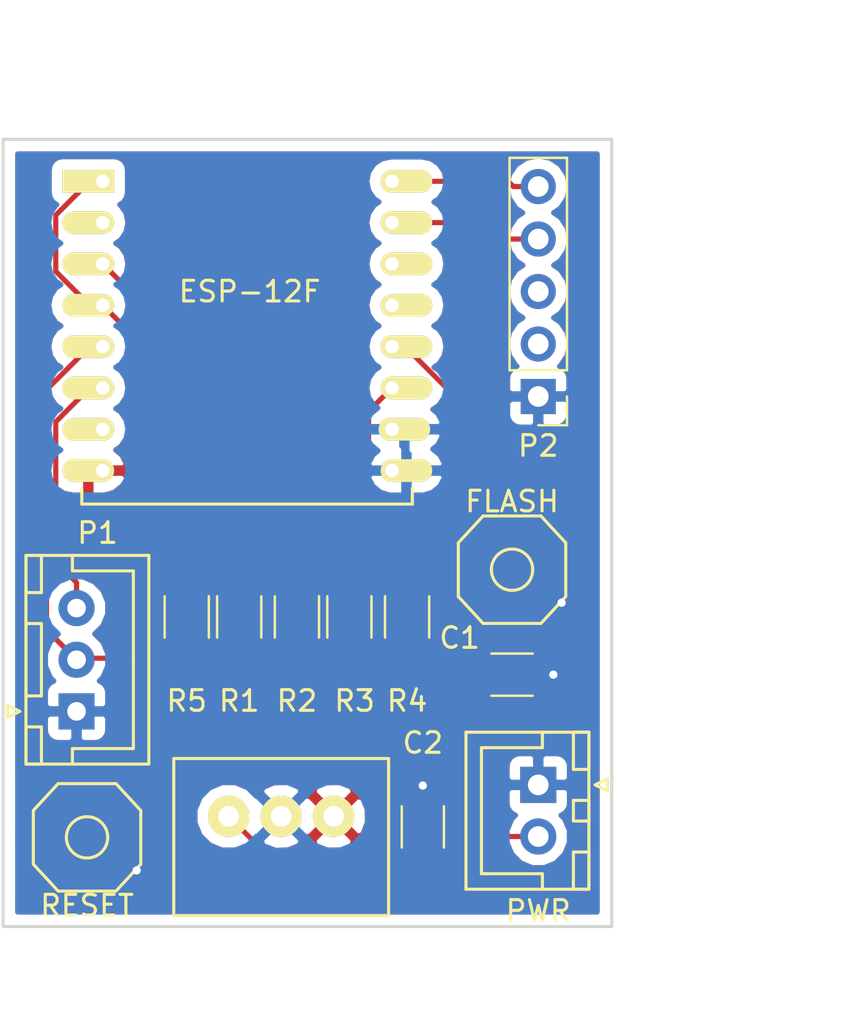
<source format=kicad_pcb>
(kicad_pcb (version 4) (host pcbnew 4.0.4+e1-6308~48~ubuntu16.04.1-stable)

  (general
    (links 34)
    (no_connects 1)
    (area 145.212999 73.828999 186.690001 123.444001)
    (thickness 1.6)
    (drawings 6)
    (tracks 64)
    (zones 0)
    (modules 14)
    (nets 12)
  )

  (page A4)
  (title_block
    (title "External DS18B20 temperature sensor")
    (date 2017-02-23)
    (rev 1.0)
    (company "Solderpad Hardware License version 0.51")
    (comment 1 "Contact: alanslists@gmail.com")
    (comment 2 "Author: Alan Lord")
  )

  (layers
    (0 F.Cu signal)
    (31 B.Cu signal)
    (32 B.Adhes user)
    (33 F.Adhes user)
    (34 B.Paste user)
    (35 F.Paste user)
    (36 B.SilkS user)
    (37 F.SilkS user)
    (38 B.Mask user)
    (39 F.Mask user)
    (40 Dwgs.User user)
    (41 Cmts.User user)
    (42 Eco1.User user)
    (43 Eco2.User user)
    (44 Edge.Cuts user)
    (45 Margin user)
    (46 B.CrtYd user)
    (47 F.CrtYd user)
    (48 B.Fab user)
    (49 F.Fab user)
  )

  (setup
    (last_trace_width 0.25)
    (trace_clearance 0.2)
    (zone_clearance 0.508)
    (zone_45_only no)
    (trace_min 0.2)
    (segment_width 0.2)
    (edge_width 0.15)
    (via_size 0.6)
    (via_drill 0.4)
    (via_min_size 0.4)
    (via_min_drill 0.3)
    (uvia_size 0.3)
    (uvia_drill 0.1)
    (uvias_allowed no)
    (uvia_min_size 0.2)
    (uvia_min_drill 0.1)
    (pcb_text_width 0.3)
    (pcb_text_size 1.5 1.5)
    (mod_edge_width 0.15)
    (mod_text_size 1 1)
    (mod_text_width 0.15)
    (pad_size 1.524 1.524)
    (pad_drill 0.762)
    (pad_to_mask_clearance 0.2)
    (aux_axis_origin 0 0)
    (visible_elements FFFFFF7F)
    (pcbplotparams
      (layerselection 0x00030_80000001)
      (usegerberextensions false)
      (excludeedgelayer true)
      (linewidth 0.100000)
      (plotframeref false)
      (viasonmask false)
      (mode 1)
      (useauxorigin false)
      (hpglpennumber 1)
      (hpglpenspeed 20)
      (hpglpendiameter 15)
      (hpglpenoverlay 2)
      (psnegative false)
      (psa4output false)
      (plotreference true)
      (plotvalue true)
      (plotinvisibletext false)
      (padsonsilk false)
      (subtractmaskfromsilk false)
      (outputformat 1)
      (mirror false)
      (drillshape 1)
      (scaleselection 1)
      (outputdirectory ""))
  )

  (net 0 "")
  (net 1 VCC)
  (net 2 GND)
  (net 3 "Net-(C2-Pad1)")
  (net 4 /RX)
  (net 5 /TX)
  (net 6 /RESET)
  (net 7 /CH_EN)
  (net 8 "Net-(R3-Pad2)")
  (net 9 /FLASH)
  (net 10 /DS18B20_DQ)
  (net 11 /DS18B20_PWR)

  (net_class Default "This is the default net class."
    (clearance 0.2)
    (trace_width 0.25)
    (via_dia 0.6)
    (via_drill 0.4)
    (uvia_dia 0.3)
    (uvia_drill 0.1)
    (add_net /CH_EN)
    (add_net /DS18B20_DQ)
    (add_net /DS18B20_PWR)
    (add_net /FLASH)
    (add_net /RESET)
    (add_net /RX)
    (add_net /TX)
    (add_net GND)
    (add_net "Net-(C2-Pad1)")
    (add_net "Net-(R3-Pad2)")
    (add_net VCC)
  )

  (module my-pcblib:OKI-78SR (layer F.Cu) (tedit 58AF1912) (tstamp 58B30898)
    (at 158.75 113.538)
    (path /58AC9C2F)
    (fp_text reference U2 (at 0 6.096) (layer F.SilkS) hide
      (effects (font (size 1.5 1.5) (thickness 0.15)))
    )
    (fp_text value OKI-78SR (at 0 -3.683 90) (layer F.SilkS) hide
      (effects (font (size 1.5 1.5) (thickness 0.15)))
    )
    (fp_line (start -5.2 -2.8) (end -5.2 4.8) (layer F.SilkS) (width 0.15))
    (fp_line (start -5.2 4.8) (end 5.2 4.8) (layer F.SilkS) (width 0.15))
    (fp_line (start 5.2 4.8) (end 5.2 -2.8) (layer F.SilkS) (width 0.15))
    (fp_line (start 5.2 -2.8) (end -5.2 -2.8) (layer F.SilkS) (width 0.15))
    (pad 1 thru_hole circle (at -2.54 0) (size 2 2) (drill 1) (layers *.Cu *.Mask F.SilkS)
      (net 3 "Net-(C2-Pad1)"))
    (pad 2 thru_hole circle (at 0 0) (size 2 2) (drill 1) (layers *.Cu *.Mask F.SilkS)
      (net 2 GND))
    (pad 3 thru_hole circle (at 2.54 0) (size 2 2) (drill 1) (layers *.Cu *.Mask F.SilkS)
      (net 1 VCC))
  )

  (module Capacitors_SMD:C_1206_HandSoldering (layer F.Cu) (tedit 58AF1D86) (tstamp 58B30833)
    (at 169.926 106.68)
    (descr "Capacitor SMD 1206, hand soldering")
    (tags "capacitor 1206")
    (path /58ACB5EE)
    (attr smd)
    (fp_text reference C1 (at -2.54 -1.778 180) (layer F.SilkS)
      (effects (font (size 1 1) (thickness 0.15)))
    )
    (fp_text value 10uF (at 0 2) (layer F.Fab) hide
      (effects (font (size 1 1) (thickness 0.15)))
    )
    (fp_text user %R (at 0 -1.75) (layer F.Fab) hide
      (effects (font (size 1 1) (thickness 0.15)))
    )
    (fp_line (start -1.6 0.8) (end -1.6 -0.8) (layer F.Fab) (width 0.1))
    (fp_line (start 1.6 0.8) (end -1.6 0.8) (layer F.Fab) (width 0.1))
    (fp_line (start 1.6 -0.8) (end 1.6 0.8) (layer F.Fab) (width 0.1))
    (fp_line (start -1.6 -0.8) (end 1.6 -0.8) (layer F.Fab) (width 0.1))
    (fp_line (start 1 -1.02) (end -1 -1.02) (layer F.SilkS) (width 0.12))
    (fp_line (start -1 1.02) (end 1 1.02) (layer F.SilkS) (width 0.12))
    (fp_line (start -3.25 -1.05) (end 3.25 -1.05) (layer F.CrtYd) (width 0.05))
    (fp_line (start -3.25 -1.05) (end -3.25 1.05) (layer F.CrtYd) (width 0.05))
    (fp_line (start 3.25 1.05) (end 3.25 -1.05) (layer F.CrtYd) (width 0.05))
    (fp_line (start 3.25 1.05) (end -3.25 1.05) (layer F.CrtYd) (width 0.05))
    (pad 1 smd rect (at -2 0) (size 2 1.6) (layers F.Cu F.Paste F.Mask)
      (net 1 VCC))
    (pad 2 smd rect (at 2 0) (size 2 1.6) (layers F.Cu F.Paste F.Mask)
      (net 2 GND))
    (model Capacitors_SMD.3dshapes/C_1206.wrl
      (at (xyz 0 0 0))
      (scale (xyz 1 1 1))
      (rotate (xyz 0 0 0))
    )
  )

  (module Capacitors_SMD:C_1206_HandSoldering (layer F.Cu) (tedit 58AF1907) (tstamp 58B30839)
    (at 165.608 114.046 90)
    (descr "Capacitor SMD 1206, hand soldering")
    (tags "capacitor 1206")
    (path /58ACB957)
    (attr smd)
    (fp_text reference C2 (at 4.064 0 180) (layer F.SilkS)
      (effects (font (size 1 1) (thickness 0.15)))
    )
    (fp_text value 10uF (at 0 2 90) (layer F.Fab) hide
      (effects (font (size 1 1) (thickness 0.15)))
    )
    (fp_text user %R (at 0 -1.75 90) (layer F.Fab) hide
      (effects (font (size 1 1) (thickness 0.15)))
    )
    (fp_line (start -1.6 0.8) (end -1.6 -0.8) (layer F.Fab) (width 0.1))
    (fp_line (start 1.6 0.8) (end -1.6 0.8) (layer F.Fab) (width 0.1))
    (fp_line (start 1.6 -0.8) (end 1.6 0.8) (layer F.Fab) (width 0.1))
    (fp_line (start -1.6 -0.8) (end 1.6 -0.8) (layer F.Fab) (width 0.1))
    (fp_line (start 1 -1.02) (end -1 -1.02) (layer F.SilkS) (width 0.12))
    (fp_line (start -1 1.02) (end 1 1.02) (layer F.SilkS) (width 0.12))
    (fp_line (start -3.25 -1.05) (end 3.25 -1.05) (layer F.CrtYd) (width 0.05))
    (fp_line (start -3.25 -1.05) (end -3.25 1.05) (layer F.CrtYd) (width 0.05))
    (fp_line (start 3.25 1.05) (end 3.25 -1.05) (layer F.CrtYd) (width 0.05))
    (fp_line (start 3.25 1.05) (end -3.25 1.05) (layer F.CrtYd) (width 0.05))
    (pad 1 smd rect (at -2 0 90) (size 2 1.6) (layers F.Cu F.Paste F.Mask)
      (net 3 "Net-(C2-Pad1)"))
    (pad 2 smd rect (at 2 0 90) (size 2 1.6) (layers F.Cu F.Paste F.Mask)
      (net 2 GND))
    (model Capacitors_SMD.3dshapes/C_1206.wrl
      (at (xyz 0 0 0))
      (scale (xyz 1 1 1))
      (rotate (xyz 0 0 0))
    )
  )

  (module Connectors_JST:JST_XH_B03B-XH-A_03x2.50mm_Straight (layer F.Cu) (tedit 58AF1D98) (tstamp 58B30840)
    (at 148.844 108.458 90)
    (descr "JST XH series connector, B03B-XH-A, top entry type, through hole")
    (tags "connector jst xh tht top vertical 2.50mm")
    (path /58ACBD2C)
    (fp_text reference P1 (at 8.636 1.016 180) (layer F.SilkS)
      (effects (font (size 1 1) (thickness 0.15)))
    )
    (fp_text value TEMP (at 2.5 4.5 90) (layer F.Fab) hide
      (effects (font (size 1 1) (thickness 0.15)))
    )
    (fp_line (start -2.95 -2.85) (end -2.95 3.9) (layer F.CrtYd) (width 0.05))
    (fp_line (start -2.95 3.9) (end 7.95 3.9) (layer F.CrtYd) (width 0.05))
    (fp_line (start 7.95 3.9) (end 7.95 -2.85) (layer F.CrtYd) (width 0.05))
    (fp_line (start 7.95 -2.85) (end -2.95 -2.85) (layer F.CrtYd) (width 0.05))
    (fp_line (start -2.55 -2.45) (end -2.55 3.5) (layer F.SilkS) (width 0.15))
    (fp_line (start -2.55 3.5) (end 7.55 3.5) (layer F.SilkS) (width 0.15))
    (fp_line (start 7.55 3.5) (end 7.55 -2.45) (layer F.SilkS) (width 0.15))
    (fp_line (start 7.55 -2.45) (end -2.55 -2.45) (layer F.SilkS) (width 0.15))
    (fp_line (start 0.75 -2.45) (end 0.75 -1.7) (layer F.SilkS) (width 0.15))
    (fp_line (start 0.75 -1.7) (end 4.25 -1.7) (layer F.SilkS) (width 0.15))
    (fp_line (start 4.25 -1.7) (end 4.25 -2.45) (layer F.SilkS) (width 0.15))
    (fp_line (start 4.25 -2.45) (end 0.75 -2.45) (layer F.SilkS) (width 0.15))
    (fp_line (start -2.55 -2.45) (end -2.55 -1.7) (layer F.SilkS) (width 0.15))
    (fp_line (start -2.55 -1.7) (end -0.75 -1.7) (layer F.SilkS) (width 0.15))
    (fp_line (start -0.75 -1.7) (end -0.75 -2.45) (layer F.SilkS) (width 0.15))
    (fp_line (start -0.75 -2.45) (end -2.55 -2.45) (layer F.SilkS) (width 0.15))
    (fp_line (start 5.75 -2.45) (end 5.75 -1.7) (layer F.SilkS) (width 0.15))
    (fp_line (start 5.75 -1.7) (end 7.55 -1.7) (layer F.SilkS) (width 0.15))
    (fp_line (start 7.55 -1.7) (end 7.55 -2.45) (layer F.SilkS) (width 0.15))
    (fp_line (start 7.55 -2.45) (end 5.75 -2.45) (layer F.SilkS) (width 0.15))
    (fp_line (start -2.55 -0.2) (end -1.8 -0.2) (layer F.SilkS) (width 0.15))
    (fp_line (start -1.8 -0.2) (end -1.8 2.75) (layer F.SilkS) (width 0.15))
    (fp_line (start -1.8 2.75) (end 2.5 2.75) (layer F.SilkS) (width 0.15))
    (fp_line (start 7.55 -0.2) (end 6.8 -0.2) (layer F.SilkS) (width 0.15))
    (fp_line (start 6.8 -0.2) (end 6.8 2.75) (layer F.SilkS) (width 0.15))
    (fp_line (start 6.8 2.75) (end 2.5 2.75) (layer F.SilkS) (width 0.15))
    (fp_line (start 0 -2.75) (end -0.3 -3.35) (layer F.SilkS) (width 0.15))
    (fp_line (start -0.3 -3.35) (end 0.3 -3.35) (layer F.SilkS) (width 0.15))
    (fp_line (start 0.3 -3.35) (end 0 -2.75) (layer F.SilkS) (width 0.15))
    (pad 1 thru_hole rect (at 0 0 90) (size 1.75 1.75) (drill 0.9) (layers *.Cu *.Mask)
      (net 2 GND))
    (pad 2 thru_hole circle (at 2.5 0 90) (size 1.75 1.75) (drill 0.9) (layers *.Cu *.Mask)
      (net 10 /DS18B20_DQ))
    (pad 3 thru_hole circle (at 5 0 90) (size 1.75 1.75) (drill 0.9) (layers *.Cu *.Mask)
      (net 11 /DS18B20_PWR))
    (model Connectors_JST.3dshapes/JST_XH_B03B-XH-A_03x2.50mm_Straight.wrl
      (at (xyz 0 0 0))
      (scale (xyz 1 1 1))
      (rotate (xyz 0 0 0))
    )
  )

  (module Pin_Headers:Pin_Header_Straight_1x05_Pitch2.54mm (layer F.Cu) (tedit 58AF181B) (tstamp 58B30849)
    (at 171.196 93.218 180)
    (descr "Through hole straight pin header, 1x05, 2.54mm pitch, single row")
    (tags "Through hole pin header THT 1x05 2.54mm single row")
    (path /58ACA0C9)
    (fp_text reference P2 (at 0 -2.39 180) (layer F.SilkS)
      (effects (font (size 1 1) (thickness 0.15)))
    )
    (fp_text value SERIAL (at 0 12.55 180) (layer F.Fab) hide
      (effects (font (size 1 1) (thickness 0.15)))
    )
    (fp_line (start -1.27 -1.27) (end -1.27 11.43) (layer F.Fab) (width 0.1))
    (fp_line (start -1.27 11.43) (end 1.27 11.43) (layer F.Fab) (width 0.1))
    (fp_line (start 1.27 11.43) (end 1.27 -1.27) (layer F.Fab) (width 0.1))
    (fp_line (start 1.27 -1.27) (end -1.27 -1.27) (layer F.Fab) (width 0.1))
    (fp_line (start -1.39 1.27) (end -1.39 11.55) (layer F.SilkS) (width 0.12))
    (fp_line (start -1.39 11.55) (end 1.39 11.55) (layer F.SilkS) (width 0.12))
    (fp_line (start 1.39 11.55) (end 1.39 1.27) (layer F.SilkS) (width 0.12))
    (fp_line (start 1.39 1.27) (end -1.39 1.27) (layer F.SilkS) (width 0.12))
    (fp_line (start -1.39 0) (end -1.39 -1.39) (layer F.SilkS) (width 0.12))
    (fp_line (start -1.39 -1.39) (end 0 -1.39) (layer F.SilkS) (width 0.12))
    (fp_line (start -1.6 -1.6) (end -1.6 11.7) (layer F.CrtYd) (width 0.05))
    (fp_line (start -1.6 11.7) (end 1.6 11.7) (layer F.CrtYd) (width 0.05))
    (fp_line (start 1.6 11.7) (end 1.6 -1.6) (layer F.CrtYd) (width 0.05))
    (fp_line (start 1.6 -1.6) (end -1.6 -1.6) (layer F.CrtYd) (width 0.05))
    (pad 1 thru_hole rect (at 0 0 180) (size 1.7 1.7) (drill 1) (layers *.Cu *.Mask)
      (net 2 GND))
    (pad 2 thru_hole oval (at 0 2.54 180) (size 1.7 1.7) (drill 1) (layers *.Cu *.Mask))
    (pad 3 thru_hole oval (at 0 5.08 180) (size 1.7 1.7) (drill 1) (layers *.Cu *.Mask))
    (pad 4 thru_hole oval (at 0 7.62 180) (size 1.7 1.7) (drill 1) (layers *.Cu *.Mask)
      (net 4 /RX))
    (pad 5 thru_hole oval (at 0 10.16 180) (size 1.7 1.7) (drill 1) (layers *.Cu *.Mask)
      (net 5 /TX))
    (model Pin_Headers.3dshapes/Pin_Header_Straight_1x05_Pitch2.54mm.wrl
      (at (xyz 0 -0.2 0))
      (scale (xyz 1 1 1))
      (rotate (xyz 0 0 90))
    )
  )

  (module Connectors_JST:JST_XH_B02B-XH-A_02x2.50mm_Straight (layer F.Cu) (tedit 58AF1A23) (tstamp 58B3084F)
    (at 171.196 112.014 270)
    (descr "JST XH series connector, B02B-XH-A, top entry type, through hole")
    (tags "connector jst xh tht top vertical 2.50mm")
    (path /58AC9C54)
    (fp_text reference P3 (at 3 -3.5 270) (layer F.SilkS) hide
      (effects (font (size 1 1) (thickness 0.15)))
    )
    (fp_text value PWR (at 6.096 0 360) (layer F.SilkS)
      (effects (font (size 1 1) (thickness 0.15)))
    )
    (fp_line (start -2.95 -2.85) (end -2.95 3.9) (layer F.CrtYd) (width 0.05))
    (fp_line (start -2.95 3.9) (end 5.45 3.9) (layer F.CrtYd) (width 0.05))
    (fp_line (start 5.45 3.9) (end 5.45 -2.85) (layer F.CrtYd) (width 0.05))
    (fp_line (start 5.45 -2.85) (end -2.95 -2.85) (layer F.CrtYd) (width 0.05))
    (fp_line (start -2.55 -2.45) (end -2.55 3.5) (layer F.SilkS) (width 0.15))
    (fp_line (start -2.55 3.5) (end 5.05 3.5) (layer F.SilkS) (width 0.15))
    (fp_line (start 5.05 3.5) (end 5.05 -2.45) (layer F.SilkS) (width 0.15))
    (fp_line (start 5.05 -2.45) (end -2.55 -2.45) (layer F.SilkS) (width 0.15))
    (fp_line (start 0.75 -2.45) (end 0.75 -1.7) (layer F.SilkS) (width 0.15))
    (fp_line (start 0.75 -1.7) (end 1.75 -1.7) (layer F.SilkS) (width 0.15))
    (fp_line (start 1.75 -1.7) (end 1.75 -2.45) (layer F.SilkS) (width 0.15))
    (fp_line (start 1.75 -2.45) (end 0.75 -2.45) (layer F.SilkS) (width 0.15))
    (fp_line (start -2.55 -2.45) (end -2.55 -1.7) (layer F.SilkS) (width 0.15))
    (fp_line (start -2.55 -1.7) (end -0.75 -1.7) (layer F.SilkS) (width 0.15))
    (fp_line (start -0.75 -1.7) (end -0.75 -2.45) (layer F.SilkS) (width 0.15))
    (fp_line (start -0.75 -2.45) (end -2.55 -2.45) (layer F.SilkS) (width 0.15))
    (fp_line (start 3.25 -2.45) (end 3.25 -1.7) (layer F.SilkS) (width 0.15))
    (fp_line (start 3.25 -1.7) (end 5.05 -1.7) (layer F.SilkS) (width 0.15))
    (fp_line (start 5.05 -1.7) (end 5.05 -2.45) (layer F.SilkS) (width 0.15))
    (fp_line (start 5.05 -2.45) (end 3.25 -2.45) (layer F.SilkS) (width 0.15))
    (fp_line (start -2.55 -0.2) (end -1.8 -0.2) (layer F.SilkS) (width 0.15))
    (fp_line (start -1.8 -0.2) (end -1.8 2.75) (layer F.SilkS) (width 0.15))
    (fp_line (start -1.8 2.75) (end 1.25 2.75) (layer F.SilkS) (width 0.15))
    (fp_line (start 5.05 -0.2) (end 4.3 -0.2) (layer F.SilkS) (width 0.15))
    (fp_line (start 4.3 -0.2) (end 4.3 2.75) (layer F.SilkS) (width 0.15))
    (fp_line (start 4.3 2.75) (end 1.25 2.75) (layer F.SilkS) (width 0.15))
    (fp_line (start 0 -2.75) (end -0.3 -3.35) (layer F.SilkS) (width 0.15))
    (fp_line (start -0.3 -3.35) (end 0.3 -3.35) (layer F.SilkS) (width 0.15))
    (fp_line (start 0.3 -3.35) (end 0 -2.75) (layer F.SilkS) (width 0.15))
    (pad 1 thru_hole rect (at 0 0 270) (size 1.75 1.75) (drill 1) (layers *.Cu *.Mask)
      (net 2 GND))
    (pad 2 thru_hole circle (at 2.5 0 270) (size 1.75 1.75) (drill 1) (layers *.Cu *.Mask)
      (net 3 "Net-(C2-Pad1)"))
    (model Connectors_JST.3dshapes/JST_XH_B02B-XH-A_02x2.50mm_Straight.wrl
      (at (xyz 0 0 0))
      (scale (xyz 1 1 1))
      (rotate (xyz 0 0 0))
    )
  )

  (module Resistors_SMD:R_1206_HandSoldering (layer F.Cu) (tedit 58AF1967) (tstamp 58B30855)
    (at 156.718 103.886 270)
    (descr "Resistor SMD 1206, hand soldering")
    (tags "resistor 1206")
    (path /58ACB209)
    (attr smd)
    (fp_text reference R1 (at 4.064 0 360) (layer F.SilkS)
      (effects (font (size 1 1) (thickness 0.15)))
    )
    (fp_text value 4.7K (at 0 1.9 270) (layer F.Fab) hide
      (effects (font (size 1 1) (thickness 0.15)))
    )
    (fp_text user %R (at 0 -1.85 270) (layer F.Fab) hide
      (effects (font (size 1 1) (thickness 0.15)))
    )
    (fp_line (start -1.6 0.8) (end -1.6 -0.8) (layer F.Fab) (width 0.1))
    (fp_line (start 1.6 0.8) (end -1.6 0.8) (layer F.Fab) (width 0.1))
    (fp_line (start 1.6 -0.8) (end 1.6 0.8) (layer F.Fab) (width 0.1))
    (fp_line (start -1.6 -0.8) (end 1.6 -0.8) (layer F.Fab) (width 0.1))
    (fp_line (start 1 1.07) (end -1 1.07) (layer F.SilkS) (width 0.12))
    (fp_line (start -1 -1.07) (end 1 -1.07) (layer F.SilkS) (width 0.12))
    (fp_line (start -3.25 -1.11) (end 3.25 -1.11) (layer F.CrtYd) (width 0.05))
    (fp_line (start -3.25 -1.11) (end -3.25 1.1) (layer F.CrtYd) (width 0.05))
    (fp_line (start 3.25 1.1) (end 3.25 -1.11) (layer F.CrtYd) (width 0.05))
    (fp_line (start 3.25 1.1) (end -3.25 1.1) (layer F.CrtYd) (width 0.05))
    (pad 1 smd rect (at -2 0 270) (size 2 1.7) (layers F.Cu F.Paste F.Mask)
      (net 1 VCC))
    (pad 2 smd rect (at 2 0 270) (size 2 1.7) (layers F.Cu F.Paste F.Mask)
      (net 6 /RESET))
    (model Resistors_SMD.3dshapes/R_1206.wrl
      (at (xyz 0 0 0))
      (scale (xyz 1 1 1))
      (rotate (xyz 0 0 0))
    )
  )

  (module Resistors_SMD:R_1206_HandSoldering (layer F.Cu) (tedit 58AF1989) (tstamp 58B3085B)
    (at 159.512 103.886 90)
    (descr "Resistor SMD 1206, hand soldering")
    (tags "resistor 1206")
    (path /58ACA33B)
    (attr smd)
    (fp_text reference R2 (at -4.064 0 180) (layer F.SilkS)
      (effects (font (size 1 1) (thickness 0.15)))
    )
    (fp_text value 4.7K (at 0 1.9 90) (layer F.Fab) hide
      (effects (font (size 1 1) (thickness 0.15)))
    )
    (fp_text user %R (at 0 -1.85 90) (layer F.Fab) hide
      (effects (font (size 1 1) (thickness 0.15)))
    )
    (fp_line (start -1.6 0.8) (end -1.6 -0.8) (layer F.Fab) (width 0.1))
    (fp_line (start 1.6 0.8) (end -1.6 0.8) (layer F.Fab) (width 0.1))
    (fp_line (start 1.6 -0.8) (end 1.6 0.8) (layer F.Fab) (width 0.1))
    (fp_line (start -1.6 -0.8) (end 1.6 -0.8) (layer F.Fab) (width 0.1))
    (fp_line (start 1 1.07) (end -1 1.07) (layer F.SilkS) (width 0.12))
    (fp_line (start -1 -1.07) (end 1 -1.07) (layer F.SilkS) (width 0.12))
    (fp_line (start -3.25 -1.11) (end 3.25 -1.11) (layer F.CrtYd) (width 0.05))
    (fp_line (start -3.25 -1.11) (end -3.25 1.1) (layer F.CrtYd) (width 0.05))
    (fp_line (start 3.25 1.1) (end 3.25 -1.11) (layer F.CrtYd) (width 0.05))
    (fp_line (start 3.25 1.1) (end -3.25 1.1) (layer F.CrtYd) (width 0.05))
    (pad 1 smd rect (at -2 0 90) (size 2 1.7) (layers F.Cu F.Paste F.Mask)
      (net 1 VCC))
    (pad 2 smd rect (at 2 0 90) (size 2 1.7) (layers F.Cu F.Paste F.Mask)
      (net 7 /CH_EN))
    (model Resistors_SMD.3dshapes/R_1206.wrl
      (at (xyz 0 0 0))
      (scale (xyz 1 1 1))
      (rotate (xyz 0 0 0))
    )
  )

  (module Resistors_SMD:R_1206_HandSoldering (layer F.Cu) (tedit 58AF1931) (tstamp 58B30861)
    (at 162.052 103.886 90)
    (descr "Resistor SMD 1206, hand soldering")
    (tags "resistor 1206")
    (path /58ACA59E)
    (attr smd)
    (fp_text reference R3 (at -4.064 0.254 180) (layer F.SilkS)
      (effects (font (size 1 1) (thickness 0.15)))
    )
    (fp_text value 4.7K (at 0 1.9 90) (layer F.Fab) hide
      (effects (font (size 1 1) (thickness 0.15)))
    )
    (fp_text user %R (at 0 -1.85 90) (layer F.Fab) hide
      (effects (font (size 1 1) (thickness 0.15)))
    )
    (fp_line (start -1.6 0.8) (end -1.6 -0.8) (layer F.Fab) (width 0.1))
    (fp_line (start 1.6 0.8) (end -1.6 0.8) (layer F.Fab) (width 0.1))
    (fp_line (start 1.6 -0.8) (end 1.6 0.8) (layer F.Fab) (width 0.1))
    (fp_line (start -1.6 -0.8) (end 1.6 -0.8) (layer F.Fab) (width 0.1))
    (fp_line (start 1 1.07) (end -1 1.07) (layer F.SilkS) (width 0.12))
    (fp_line (start -1 -1.07) (end 1 -1.07) (layer F.SilkS) (width 0.12))
    (fp_line (start -3.25 -1.11) (end 3.25 -1.11) (layer F.CrtYd) (width 0.05))
    (fp_line (start -3.25 -1.11) (end -3.25 1.1) (layer F.CrtYd) (width 0.05))
    (fp_line (start 3.25 1.1) (end 3.25 -1.11) (layer F.CrtYd) (width 0.05))
    (fp_line (start 3.25 1.1) (end -3.25 1.1) (layer F.CrtYd) (width 0.05))
    (pad 1 smd rect (at -2 0 90) (size 2 1.7) (layers F.Cu F.Paste F.Mask)
      (net 1 VCC))
    (pad 2 smd rect (at 2 0 90) (size 2 1.7) (layers F.Cu F.Paste F.Mask)
      (net 8 "Net-(R3-Pad2)"))
    (model Resistors_SMD.3dshapes/R_1206.wrl
      (at (xyz 0 0 0))
      (scale (xyz 1 1 1))
      (rotate (xyz 0 0 0))
    )
  )

  (module Resistors_SMD:R_1206_HandSoldering (layer F.Cu) (tedit 58AF1D6F) (tstamp 58B30867)
    (at 164.846 103.886 90)
    (descr "Resistor SMD 1206, hand soldering")
    (tags "resistor 1206")
    (path /58ACACAA)
    (attr smd)
    (fp_text reference R4 (at -4.064 0 180) (layer F.SilkS)
      (effects (font (size 1 1) (thickness 0.15)))
    )
    (fp_text value 4.7K (at 0 1.9 90) (layer F.Fab) hide
      (effects (font (size 1 1) (thickness 0.15)))
    )
    (fp_text user %R (at 0 -1.85 90) (layer F.Fab) hide
      (effects (font (size 1 1) (thickness 0.15)))
    )
    (fp_line (start -1.6 0.8) (end -1.6 -0.8) (layer F.Fab) (width 0.1))
    (fp_line (start 1.6 0.8) (end -1.6 0.8) (layer F.Fab) (width 0.1))
    (fp_line (start 1.6 -0.8) (end 1.6 0.8) (layer F.Fab) (width 0.1))
    (fp_line (start -1.6 -0.8) (end 1.6 -0.8) (layer F.Fab) (width 0.1))
    (fp_line (start 1 1.07) (end -1 1.07) (layer F.SilkS) (width 0.12))
    (fp_line (start -1 -1.07) (end 1 -1.07) (layer F.SilkS) (width 0.12))
    (fp_line (start -3.25 -1.11) (end 3.25 -1.11) (layer F.CrtYd) (width 0.05))
    (fp_line (start -3.25 -1.11) (end -3.25 1.1) (layer F.CrtYd) (width 0.05))
    (fp_line (start 3.25 1.1) (end 3.25 -1.11) (layer F.CrtYd) (width 0.05))
    (fp_line (start 3.25 1.1) (end -3.25 1.1) (layer F.CrtYd) (width 0.05))
    (pad 1 smd rect (at -2 0 90) (size 2 1.7) (layers F.Cu F.Paste F.Mask)
      (net 1 VCC))
    (pad 2 smd rect (at 2 0 90) (size 2 1.7) (layers F.Cu F.Paste F.Mask)
      (net 9 /FLASH))
    (model Resistors_SMD.3dshapes/R_1206.wrl
      (at (xyz 0 0 0))
      (scale (xyz 1 1 1))
      (rotate (xyz 0 0 0))
    )
  )

  (module switches:SKQGAFE010_Switch (layer F.Cu) (tedit 58AF1A2B) (tstamp 58B3086F)
    (at 149.352 114.554)
    (descr "SKQGAFE010 SMD Mount Tactile Switch")
    (path /58ACB203)
    (attr smd)
    (fp_text reference SW1 (at 0 3.81) (layer F.SilkS) hide
      (effects (font (size 1 1) (thickness 0.15)))
    )
    (fp_text value RESET (at 0 3.302) (layer F.SilkS)
      (effects (font (size 1 1) (thickness 0.15)))
    )
    (fp_line (start -2.6 1.3) (end -1.4 2.6) (layer F.SilkS) (width 0.15))
    (fp_line (start 1.4 -2.6) (end 2.6 -1.3) (layer F.SilkS) (width 0.15))
    (fp_line (start 2.6 1.3) (end 1.4 2.6) (layer F.SilkS) (width 0.15))
    (fp_line (start -1.4 -2.6) (end -2.6 -1.3) (layer F.SilkS) (width 0.15))
    (fp_line (start -2.6 1.3) (end -2.6 -1.3) (layer F.SilkS) (width 0.15))
    (fp_line (start 2.6 1.3) (end 2.6 -1.3) (layer F.SilkS) (width 0.15))
    (fp_line (start 1.4 -2.6) (end -1.4 -2.6) (layer F.SilkS) (width 0.15))
    (fp_line (start 1.4 2.6) (end -1.4 2.6) (layer F.SilkS) (width 0.15))
    (fp_circle (center 0 0) (end 1 0) (layer F.SilkS) (width 0.15))
    (pad 3 smd rect (at -2.4 1.6) (size 1.8 1.1) (layers F.Cu F.Paste F.Mask)
      (net 2 GND))
    (pad 1 smd rect (at -2.4 -1.6) (size 1.8 1.1) (layers F.Cu F.Paste F.Mask)
      (net 6 /RESET))
    (pad 2 smd rect (at 2.4 -1.6) (size 1.8 1.1) (layers F.Cu F.Paste F.Mask)
      (net 6 /RESET))
    (pad 4 smd rect (at 2.4 1.6) (size 1.8 1.1) (layers F.Cu F.Paste F.Mask)
      (net 2 GND))
  )

  (module switches:SKQGAFE010_Switch (layer F.Cu) (tedit 58AF1A51) (tstamp 58B30877)
    (at 169.926 101.6)
    (descr "SKQGAFE010 SMD Mount Tactile Switch")
    (path /58ACAB32)
    (attr smd)
    (fp_text reference SW2 (at 0 3.81) (layer F.SilkS) hide
      (effects (font (size 1 1) (thickness 0.15)))
    )
    (fp_text value FLASH (at 0 -3.302) (layer F.SilkS)
      (effects (font (size 1 1) (thickness 0.15)))
    )
    (fp_line (start -2.6 1.3) (end -1.4 2.6) (layer F.SilkS) (width 0.15))
    (fp_line (start 1.4 -2.6) (end 2.6 -1.3) (layer F.SilkS) (width 0.15))
    (fp_line (start 2.6 1.3) (end 1.4 2.6) (layer F.SilkS) (width 0.15))
    (fp_line (start -1.4 -2.6) (end -2.6 -1.3) (layer F.SilkS) (width 0.15))
    (fp_line (start -2.6 1.3) (end -2.6 -1.3) (layer F.SilkS) (width 0.15))
    (fp_line (start 2.6 1.3) (end 2.6 -1.3) (layer F.SilkS) (width 0.15))
    (fp_line (start 1.4 -2.6) (end -1.4 -2.6) (layer F.SilkS) (width 0.15))
    (fp_line (start 1.4 2.6) (end -1.4 2.6) (layer F.SilkS) (width 0.15))
    (fp_circle (center 0 0) (end 1 0) (layer F.SilkS) (width 0.15))
    (pad 3 smd rect (at -2.4 1.6) (size 1.8 1.1) (layers F.Cu F.Paste F.Mask)
      (net 2 GND))
    (pad 1 smd rect (at -2.4 -1.6) (size 1.8 1.1) (layers F.Cu F.Paste F.Mask)
      (net 9 /FLASH))
    (pad 2 smd rect (at 2.4 -1.6) (size 1.8 1.1) (layers F.Cu F.Paste F.Mask)
      (net 9 /FLASH))
    (pad 4 smd rect (at 2.4 1.6) (size 1.8 1.1) (layers F.Cu F.Paste F.Mask)
      (net 2 GND))
  )

  (module ESP8266:ESP-12E (layer F.Cu) (tedit 58AF1832) (tstamp 58B30891)
    (at 150.114 82.804)
    (descr "Module, ESP-8266, ESP-12, 16 pad, SMD")
    (tags "Module ESP-8266 ESP8266")
    (path /58AC9E97)
    (fp_text reference U1 (at -2 -2) (layer F.SilkS) hide
      (effects (font (size 1 1) (thickness 0.15)))
    )
    (fp_text value ESP-12F (at 7.112 5.334) (layer F.SilkS)
      (effects (font (size 1 1) (thickness 0.15)))
    )
    (fp_line (start -2.25 -0.5) (end -2.25 -8.75) (layer F.CrtYd) (width 0.05))
    (fp_line (start -2.25 -8.75) (end 15.25 -8.75) (layer F.CrtYd) (width 0.05))
    (fp_line (start 15.25 -8.75) (end 16.25 -8.75) (layer F.CrtYd) (width 0.05))
    (fp_line (start 16.25 -8.75) (end 16.25 16) (layer F.CrtYd) (width 0.05))
    (fp_line (start 16.25 16) (end -2.25 16) (layer F.CrtYd) (width 0.05))
    (fp_line (start -2.25 16) (end -2.25 -0.5) (layer F.CrtYd) (width 0.05))
    (fp_line (start -1.016 -8.382) (end 14.986 -8.382) (layer F.CrtYd) (width 0.1524))
    (fp_line (start 14.986 -8.382) (end 14.986 -0.889) (layer F.CrtYd) (width 0.1524))
    (fp_line (start -1.016 -8.382) (end -1.016 -1.016) (layer F.CrtYd) (width 0.1524))
    (fp_line (start -1.016 14.859) (end -1.016 15.621) (layer F.SilkS) (width 0.1524))
    (fp_line (start -1.016 15.621) (end 14.986 15.621) (layer F.SilkS) (width 0.1524))
    (fp_line (start 14.986 15.621) (end 14.986 14.859) (layer F.SilkS) (width 0.1524))
    (fp_line (start 14.992 -8.4) (end -1.008 -2.6) (layer F.CrtYd) (width 0.1524))
    (fp_line (start -1.008 -8.4) (end 14.992 -2.6) (layer F.CrtYd) (width 0.1524))
    (fp_text user "No Copper" (at 6.892 -5.4) (layer F.CrtYd)
      (effects (font (size 1 1) (thickness 0.15)))
    )
    (fp_line (start -1.008 -2.6) (end 14.992 -2.6) (layer F.CrtYd) (width 0.1524))
    (fp_line (start 15 -8.4) (end 15 15.6) (layer F.Fab) (width 0.05))
    (fp_line (start 14.992 15.6) (end -1.008 15.6) (layer F.Fab) (width 0.05))
    (fp_line (start -1.008 15.6) (end -1.008 -8.4) (layer F.Fab) (width 0.05))
    (fp_line (start -1.008 -8.4) (end 14.992 -8.4) (layer F.Fab) (width 0.05))
    (pad 1 thru_hole rect (at 0 0) (size 2.5 1.1) (drill 0.65 (offset -0.7 0)) (layers *.Cu *.Mask F.SilkS)
      (net 6 /RESET))
    (pad 2 thru_hole oval (at 0 2) (size 2.5 1.1) (drill 0.65 (offset -0.7 0)) (layers *.Cu *.Mask F.SilkS))
    (pad 3 thru_hole oval (at 0 4) (size 2.5 1.1) (drill 0.65 (offset -0.7 0)) (layers *.Cu *.Mask F.SilkS)
      (net 7 /CH_EN))
    (pad 4 thru_hole oval (at 0 6) (size 2.5 1.1) (drill 0.65 (offset -0.7 0)) (layers *.Cu *.Mask F.SilkS)
      (net 6 /RESET))
    (pad 5 thru_hole oval (at 0 8) (size 2.5 1.1) (drill 0.65 (offset -0.7 0)) (layers *.Cu *.Mask F.SilkS)
      (net 10 /DS18B20_DQ))
    (pad 6 thru_hole oval (at 0 10) (size 2.5 1.1) (drill 0.65 (offset -0.7 0)) (layers *.Cu *.Mask F.SilkS)
      (net 11 /DS18B20_PWR))
    (pad 7 thru_hole oval (at 0 12) (size 2.5 1.1) (drill 0.65 (offset -0.7 0)) (layers *.Cu *.Mask F.SilkS))
    (pad 8 thru_hole oval (at 0 14) (size 2.5 1.1) (drill 0.65 (offset -0.7 0)) (layers *.Cu *.Mask F.SilkS)
      (net 1 VCC))
    (pad 9 smd oval (at 1.99 15.75 90) (size 2.4 1.1) (layers F.Cu F.Paste F.Mask))
    (pad 10 smd oval (at 3.99 15.75 90) (size 2.4 1.1) (layers F.Cu F.Paste F.Mask))
    (pad 11 smd oval (at 5.99 15.75 90) (size 2.4 1.1) (layers F.Cu F.Paste F.Mask))
    (pad 12 smd oval (at 7.99 15.75 90) (size 2.4 1.1) (layers F.Cu F.Paste F.Mask))
    (pad 13 smd oval (at 9.99 15.75 90) (size 2.4 1.1) (layers F.Cu F.Paste F.Mask))
    (pad 14 smd oval (at 11.99 15.75 90) (size 2.4 1.1) (layers F.Cu F.Paste F.Mask))
    (pad 15 thru_hole oval (at 14 14) (size 2.5 1.1) (drill 0.65 (offset 0.7 0)) (layers *.Cu *.Mask F.SilkS)
      (net 2 GND))
    (pad 16 thru_hole oval (at 14 12) (size 2.5 1.1) (drill 0.65 (offset 0.6 0)) (layers *.Cu *.Mask F.SilkS)
      (net 2 GND))
    (pad 17 thru_hole oval (at 14 10) (size 2.5 1.1) (drill 0.65 (offset 0.7 0)) (layers *.Cu *.Mask F.SilkS)
      (net 8 "Net-(R3-Pad2)"))
    (pad 18 thru_hole oval (at 14 8) (size 2.5 1.1) (drill 0.65 (offset 0.7 0)) (layers *.Cu *.Mask F.SilkS)
      (net 9 /FLASH))
    (pad 19 thru_hole oval (at 14 6) (size 2.5 1.1) (drill 0.65 (offset 0.7 0)) (layers *.Cu *.Mask F.SilkS))
    (pad 20 thru_hole oval (at 14 4) (size 2.5 1.1) (drill 0.65 (offset 0.7 0)) (layers *.Cu *.Mask F.SilkS))
    (pad 21 thru_hole oval (at 14 2) (size 2.5 1.1) (drill 0.65 (offset 0.7 0)) (layers *.Cu *.Mask F.SilkS)
      (net 4 /RX))
    (pad 22 thru_hole oval (at 14 0) (size 2.5 1.1) (drill 0.65 (offset 0.7 0)) (layers *.Cu *.Mask F.SilkS)
      (net 5 /TX))
    (model ${ESPLIB}/ESP8266.3dshapes/ESP-12.wrl
      (at (xyz 0.04 0 0))
      (scale (xyz 0.3937 0.3937 0.3937))
      (rotate (xyz 0 0 0))
    )
  )

  (module Resistors_SMD:R_1206_HandSoldering (layer F.Cu) (tedit 58AF4E70) (tstamp 58AF4D94)
    (at 154.178 103.886 270)
    (descr "Resistor SMD 1206, hand soldering")
    (tags "resistor 1206")
    (path /58AF4E60)
    (attr smd)
    (fp_text reference R5 (at 4.064 0 360) (layer F.SilkS)
      (effects (font (size 1 1) (thickness 0.15)))
    )
    (fp_text value 4.7K (at 0 1.9 270) (layer F.Fab) hide
      (effects (font (size 1 1) (thickness 0.15)))
    )
    (fp_text user %R (at 0 -1.85 270) (layer F.Fab) hide
      (effects (font (size 1 1) (thickness 0.15)))
    )
    (fp_line (start -1.6 0.8) (end -1.6 -0.8) (layer F.Fab) (width 0.1))
    (fp_line (start 1.6 0.8) (end -1.6 0.8) (layer F.Fab) (width 0.1))
    (fp_line (start 1.6 -0.8) (end 1.6 0.8) (layer F.Fab) (width 0.1))
    (fp_line (start -1.6 -0.8) (end 1.6 -0.8) (layer F.Fab) (width 0.1))
    (fp_line (start 1 1.07) (end -1 1.07) (layer F.SilkS) (width 0.12))
    (fp_line (start -1 -1.07) (end 1 -1.07) (layer F.SilkS) (width 0.12))
    (fp_line (start -3.25 -1.11) (end 3.25 -1.11) (layer F.CrtYd) (width 0.05))
    (fp_line (start -3.25 -1.11) (end -3.25 1.1) (layer F.CrtYd) (width 0.05))
    (fp_line (start 3.25 1.1) (end 3.25 -1.11) (layer F.CrtYd) (width 0.05))
    (fp_line (start 3.25 1.1) (end -3.25 1.1) (layer F.CrtYd) (width 0.05))
    (pad 1 smd rect (at -2 0 270) (size 2 1.7) (layers F.Cu F.Paste F.Mask)
      (net 1 VCC))
    (pad 2 smd rect (at 2 0 270) (size 2 1.7) (layers F.Cu F.Paste F.Mask)
      (net 10 /DS18B20_DQ))
    (model Resistors_SMD.3dshapes/R_1206.wrl
      (at (xyz 0 0 0))
      (scale (xyz 1 1 1))
      (rotate (xyz 0 0 0))
    )
  )

  (dimension 29.464 (width 0.3) (layer Dwgs.User)
    (gr_text "29.464 mm" (at 160.02 120.824) (layer Dwgs.User)
      (effects (font (size 1.5 1.5) (thickness 0.3)))
    )
    (feature1 (pts (xy 145.288 123.444) (xy 145.288 119.474)))
    (feature2 (pts (xy 174.752 123.444) (xy 174.752 119.474)))
    (crossbar (pts (xy 174.752 122.174) (xy 145.288 122.174)))
    (arrow1a (pts (xy 145.288 122.174) (xy 146.414504 121.587579)))
    (arrow1b (pts (xy 145.288 122.174) (xy 146.414504 122.760421)))
    (arrow2a (pts (xy 174.752 122.174) (xy 173.625496 121.587579)))
    (arrow2b (pts (xy 174.752 122.174) (xy 173.625496 122.760421)))
  )
  (gr_line (start 174.752 80.772) (end 145.288 80.772) (angle 90) (layer Edge.Cuts) (width 0.15))
  (gr_line (start 174.752 118.872) (end 145.288 118.872) (angle 90) (layer Edge.Cuts) (width 0.15))
  (dimension 37.846 (width 0.3) (layer Dwgs.User)
    (gr_text "37.846 mm" (at 178.99 99.949 270) (layer Dwgs.User)
      (effects (font (size 1.5 1.5) (thickness 0.3)))
    )
    (feature1 (pts (xy 186.69 118.872) (xy 177.64 118.872)))
    (feature2 (pts (xy 186.69 81.026) (xy 177.64 81.026)))
    (crossbar (pts (xy 180.34 81.026) (xy 180.34 118.872)))
    (arrow1a (pts (xy 180.34 118.872) (xy 179.753579 117.745496)))
    (arrow1b (pts (xy 180.34 118.872) (xy 180.926421 117.745496)))
    (arrow2a (pts (xy 180.34 81.026) (xy 179.753579 82.152504)))
    (arrow2b (pts (xy 180.34 81.026) (xy 180.926421 82.152504)))
  )
  (gr_line (start 174.752 80.772) (end 174.752 118.872) (angle 90) (layer Edge.Cuts) (width 0.15))
  (gr_line (start 145.288 118.872) (end 145.288 80.772) (angle 90) (layer Edge.Cuts) (width 0.15))

  (via (at 151.752 116.154) (size 0.6) (drill 0.4) (layers F.Cu B.Cu) (net 2))
  (via (at 172.326 103.2) (size 0.6) (drill 0.4) (layers F.Cu B.Cu) (net 2))
  (via (at 171.926 106.68) (size 0.6) (drill 0.4) (layers F.Cu B.Cu) (net 2))
  (via (at 165.608 112.046) (size 0.6) (drill 0.4) (layers F.Cu B.Cu) (net 2))
  (segment (start 151.752 116.154) (end 146.952 116.154) (width 0.25) (layer F.Cu) (net 2))
  (segment (start 172.326 103.2) (end 167.526 103.2) (width 0.25) (layer F.Cu) (net 2))
  (segment (start 165.608 116.046) (end 158.718 116.046) (width 0.25) (layer F.Cu) (net 3))
  (segment (start 158.718 116.046) (end 156.21 113.538) (width 0.25) (layer F.Cu) (net 3))
  (segment (start 171.196 114.514) (end 166.94 114.514) (width 0.25) (layer F.Cu) (net 3))
  (segment (start 166.94 114.514) (end 165.608 115.846) (width 0.25) (layer F.Cu) (net 3))
  (segment (start 165.608 115.846) (end 165.608 116.046) (width 0.25) (layer F.Cu) (net 3))
  (segment (start 170.68 114.268) (end 171.196 113.752) (width 0.25) (layer F.Cu) (net 3))
  (segment (start 168.18 84.804) (end 168.974 85.598) (width 0.25) (layer F.Cu) (net 4))
  (segment (start 168.974 85.598) (end 171.196 85.598) (width 0.25) (layer F.Cu) (net 4))
  (segment (start 164.114 84.804) (end 168.18 84.804) (width 0.25) (layer F.Cu) (net 4))
  (segment (start 171.196 83.058) (end 169.993919 83.058) (width 0.25) (layer F.Cu) (net 5))
  (segment (start 169.993919 83.058) (end 169.739919 82.804) (width 0.25) (layer F.Cu) (net 5))
  (segment (start 169.739919 82.804) (end 164.114 82.804) (width 0.25) (layer F.Cu) (net 5))
  (segment (start 156.718 105.886) (end 156.718 105.736) (width 0.25) (layer F.Cu) (net 6))
  (segment (start 156.718 105.736) (end 155.448 104.466) (width 0.25) (layer F.Cu) (net 6))
  (segment (start 155.448 104.466) (end 155.448 99.785451) (width 0.25) (layer F.Cu) (net 6))
  (segment (start 155.448 99.785451) (end 154.97901 99.316461) (width 0.25) (layer F.Cu) (net 6))
  (segment (start 154.97901 99.316461) (end 154.97901 93.66901) (width 0.25) (layer F.Cu) (net 6))
  (segment (start 154.97901 93.66901) (end 150.114 88.804) (width 0.25) (layer F.Cu) (net 6))
  (segment (start 151.752 112.954) (end 151.752 110.852) (width 0.25) (layer F.Cu) (net 6))
  (segment (start 151.752 110.852) (end 155.468 107.136) (width 0.25) (layer F.Cu) (net 6))
  (segment (start 155.468 107.136) (end 155.618 107.136) (width 0.25) (layer F.Cu) (net 6))
  (segment (start 155.618 107.136) (end 156.718 106.036) (width 0.25) (layer F.Cu) (net 6))
  (segment (start 156.718 106.036) (end 156.718 105.886) (width 0.25) (layer F.Cu) (net 6))
  (segment (start 150.114 88.804) (end 149.476549 88.804) (width 0.25) (layer F.Cu) (net 6))
  (segment (start 146.952 112.954) (end 151.752 112.954) (width 0.25) (layer F.Cu) (net 6))
  (segment (start 152.102 112.954) (end 151.752 112.954) (width 0.25) (layer F.Cu) (net 6))
  (segment (start 150.114 82.804) (end 149.476549 82.804) (width 0.25) (layer F.Cu) (net 6))
  (segment (start 147.83899 84.441559) (end 147.83899 87.166441) (width 0.25) (layer F.Cu) (net 6))
  (segment (start 149.476549 82.804) (end 147.83899 84.441559) (width 0.25) (layer F.Cu) (net 6))
  (segment (start 147.83899 87.166441) (end 149.476549 88.804) (width 0.25) (layer F.Cu) (net 6))
  (segment (start 150.114 86.804) (end 159.22899 95.91899) (width 0.25) (layer F.Cu) (net 7))
  (segment (start 159.22899 95.91899) (end 159.22899 100.35299) (width 0.25) (layer F.Cu) (net 7))
  (segment (start 159.22899 100.35299) (end 159.512 100.636) (width 0.25) (layer F.Cu) (net 7))
  (segment (start 159.512 100.636) (end 159.512 101.886) (width 0.25) (layer F.Cu) (net 7))
  (segment (start 164.114 92.804) (end 162.97901 93.93899) (width 0.25) (layer F.Cu) (net 8))
  (segment (start 162.97901 93.93899) (end 162.97901 99.70899) (width 0.25) (layer F.Cu) (net 8))
  (segment (start 162.97901 99.70899) (end 162.052 100.636) (width 0.25) (layer F.Cu) (net 8))
  (segment (start 162.052 100.636) (end 162.052 101.886) (width 0.25) (layer F.Cu) (net 8))
  (segment (start 167.526 100) (end 166.582 100) (width 0.25) (layer F.Cu) (net 9))
  (segment (start 166.582 100) (end 164.846 101.736) (width 0.25) (layer F.Cu) (net 9))
  (segment (start 164.846 101.736) (end 164.846 101.886) (width 0.25) (layer F.Cu) (net 9))
  (segment (start 172.326 100) (end 167.526 100) (width 0.25) (layer F.Cu) (net 9))
  (segment (start 164.114 90.804) (end 164.751451 90.804) (width 0.25) (layer F.Cu) (net 9))
  (segment (start 164.751451 90.804) (end 167.526 93.578549) (width 0.25) (layer F.Cu) (net 9))
  (segment (start 167.526 93.578549) (end 167.526 99.2) (width 0.25) (layer F.Cu) (net 9))
  (segment (start 167.526 99.2) (end 167.526 100) (width 0.25) (layer F.Cu) (net 9))
  (segment (start 154.178 105.886) (end 148.916 105.886) (width 0.25) (layer F.Cu) (net 10))
  (segment (start 148.916 105.886) (end 148.844 105.958) (width 0.25) (layer F.Cu) (net 10))
  (segment (start 150.114 90.804) (end 149.476549 90.804) (width 0.25) (layer F.Cu) (net 10))
  (segment (start 149.476549 90.804) (end 147.38898 92.891569) (width 0.25) (layer F.Cu) (net 10))
  (segment (start 147.38898 92.891569) (end 147.38898 104.50298) (width 0.25) (layer F.Cu) (net 10))
  (segment (start 147.38898 104.50298) (end 147.969001 105.083001) (width 0.25) (layer F.Cu) (net 10))
  (segment (start 147.969001 105.083001) (end 148.844 105.958) (width 0.25) (layer F.Cu) (net 10))
  (segment (start 148.844 103.458) (end 148.844 102.220564) (width 0.25) (layer F.Cu) (net 11))
  (segment (start 148.844 102.220564) (end 147.83899 101.215554) (width 0.25) (layer F.Cu) (net 11))
  (segment (start 147.83899 101.215554) (end 147.83899 94.441559) (width 0.25) (layer F.Cu) (net 11))
  (segment (start 147.83899 94.441559) (end 149.476549 92.804) (width 0.25) (layer F.Cu) (net 11))
  (segment (start 149.476549 92.804) (end 150.114 92.804) (width 0.25) (layer F.Cu) (net 11))

  (zone (net 1) (net_name VCC) (layer F.Cu) (tstamp 58AF1FC8) (hatch edge 0.508)
    (connect_pads (clearance 0.508))
    (min_thickness 0.254)
    (fill yes (arc_segments 16) (thermal_gap 0.508) (thermal_bridge_width 0.508))
    (polygon
      (pts
        (xy 174.752 118.872) (xy 145.288 118.872) (xy 145.288 80.772) (xy 174.752 80.772)
      )
    )
    (filled_polygon
      (pts
        (xy 174.042 118.162) (xy 145.998 118.162) (xy 145.998 117.340505) (xy 146.052 117.35144) (xy 147.852 117.35144)
        (xy 148.087317 117.307162) (xy 148.303441 117.16809) (xy 148.448431 116.95589) (xy 148.456914 116.914) (xy 150.244074 116.914)
        (xy 150.248838 116.939317) (xy 150.38791 117.155441) (xy 150.60011 117.300431) (xy 150.852 117.35144) (xy 152.652 117.35144)
        (xy 152.887317 117.307162) (xy 153.103441 117.16809) (xy 153.248431 116.95589) (xy 153.29944 116.704) (xy 153.29944 115.604)
        (xy 153.255162 115.368683) (xy 153.11609 115.152559) (xy 152.90389 115.007569) (xy 152.652 114.95656) (xy 150.852 114.95656)
        (xy 150.616683 115.000838) (xy 150.400559 115.13991) (xy 150.255569 115.35211) (xy 150.247086 115.394) (xy 148.459926 115.394)
        (xy 148.455162 115.368683) (xy 148.31609 115.152559) (xy 148.10389 115.007569) (xy 147.852 114.95656) (xy 146.052 114.95656)
        (xy 145.998 114.966721) (xy 145.998 114.140505) (xy 146.052 114.15144) (xy 147.852 114.15144) (xy 148.087317 114.107162)
        (xy 148.303441 113.96809) (xy 148.448431 113.75589) (xy 148.456914 113.714) (xy 150.244074 113.714) (xy 150.248838 113.739317)
        (xy 150.38791 113.955441) (xy 150.60011 114.100431) (xy 150.852 114.15144) (xy 152.652 114.15144) (xy 152.887317 114.107162)
        (xy 153.103441 113.96809) (xy 153.176069 113.861795) (xy 154.574716 113.861795) (xy 154.823106 114.462943) (xy 155.282637 114.923278)
        (xy 155.883352 115.172716) (xy 156.533795 115.173284) (xy 156.701279 115.104081) (xy 158.180599 116.583401) (xy 158.427161 116.748148)
        (xy 158.718 116.806) (xy 164.16056 116.806) (xy 164.16056 117.046) (xy 164.204838 117.281317) (xy 164.34391 117.497441)
        (xy 164.55611 117.642431) (xy 164.808 117.69344) (xy 166.408 117.69344) (xy 166.643317 117.649162) (xy 166.859441 117.51009)
        (xy 167.004431 117.29789) (xy 167.05544 117.046) (xy 167.05544 115.473362) (xy 167.254802 115.274) (xy 169.876203 115.274)
        (xy 169.915138 115.368229) (xy 170.339537 115.79337) (xy 170.894325 116.023738) (xy 171.49504 116.024262) (xy 172.050229 115.794862)
        (xy 172.47537 115.370463) (xy 172.705738 114.815675) (xy 172.706262 114.21496) (xy 172.476862 113.659771) (xy 172.308283 113.490897)
        (xy 172.522441 113.35309) (xy 172.667431 113.14089) (xy 172.71844 112.889) (xy 172.71844 111.139) (xy 172.674162 110.903683)
        (xy 172.53509 110.687559) (xy 172.32289 110.542569) (xy 172.071 110.49156) (xy 170.321 110.49156) (xy 170.085683 110.535838)
        (xy 169.869559 110.67491) (xy 169.724569 110.88711) (xy 169.67356 111.139) (xy 169.67356 112.889) (xy 169.717838 113.124317)
        (xy 169.85691 113.340441) (xy 170.06911 113.485431) (xy 170.085676 113.488786) (xy 169.91663 113.657537) (xy 169.876575 113.754)
        (xy 166.94 113.754) (xy 166.697414 113.802254) (xy 166.64916 113.811852) (xy 166.402599 113.976599) (xy 165.980638 114.39856)
        (xy 164.808 114.39856) (xy 164.572683 114.442838) (xy 164.356559 114.58191) (xy 164.211569 114.79411) (xy 164.16056 115.046)
        (xy 164.16056 115.286) (xy 159.032802 115.286) (xy 158.919952 115.17315) (xy 159.073795 115.173284) (xy 159.674943 114.924894)
        (xy 159.909715 114.690532) (xy 160.317073 114.690532) (xy 160.415736 114.957387) (xy 161.025461 115.183908) (xy 161.67546 115.159856)
        (xy 162.164264 114.957387) (xy 162.262927 114.690532) (xy 161.29 113.717605) (xy 160.317073 114.690532) (xy 159.909715 114.690532)
        (xy 160.102562 114.498022) (xy 160.137468 114.510927) (xy 161.110395 113.538) (xy 161.469605 113.538) (xy 162.442532 114.510927)
        (xy 162.709387 114.412264) (xy 162.935908 113.802539) (xy 162.911856 113.15254) (xy 162.709387 112.663736) (xy 162.442532 112.565073)
        (xy 161.469605 113.538) (xy 161.110395 113.538) (xy 160.137468 112.565073) (xy 160.102062 112.578164) (xy 159.909703 112.385468)
        (xy 160.317073 112.385468) (xy 161.29 113.358395) (xy 162.262927 112.385468) (xy 162.164264 112.118613) (xy 161.554539 111.892092)
        (xy 160.90454 111.916144) (xy 160.415736 112.118613) (xy 160.317073 112.385468) (xy 159.909703 112.385468) (xy 159.677363 112.152722)
        (xy 159.076648 111.903284) (xy 158.426205 111.902716) (xy 157.825057 112.151106) (xy 157.479801 112.495759) (xy 157.137363 112.152722)
        (xy 156.536648 111.903284) (xy 155.886205 111.902716) (xy 155.285057 112.151106) (xy 154.824722 112.610637) (xy 154.575284 113.211352)
        (xy 154.574716 113.861795) (xy 153.176069 113.861795) (xy 153.248431 113.75589) (xy 153.29944 113.504) (xy 153.29944 112.404)
        (xy 153.255162 112.168683) (xy 153.11609 111.952559) (xy 152.90389 111.807569) (xy 152.652 111.75656) (xy 152.512 111.75656)
        (xy 152.512 111.166802) (xy 152.632802 111.046) (xy 164.16056 111.046) (xy 164.16056 113.046) (xy 164.204838 113.281317)
        (xy 164.34391 113.497441) (xy 164.55611 113.642431) (xy 164.808 113.69344) (xy 166.408 113.69344) (xy 166.643317 113.649162)
        (xy 166.859441 113.51009) (xy 167.004431 113.29789) (xy 167.05544 113.046) (xy 167.05544 111.046) (xy 167.011162 110.810683)
        (xy 166.87209 110.594559) (xy 166.65989 110.449569) (xy 166.408 110.39856) (xy 164.808 110.39856) (xy 164.572683 110.442838)
        (xy 164.356559 110.58191) (xy 164.211569 110.79411) (xy 164.16056 111.046) (xy 152.632802 111.046) (xy 155.823723 107.855079)
        (xy 155.908839 107.838148) (xy 156.155401 107.673401) (xy 156.295362 107.53344) (xy 157.568 107.53344) (xy 157.803317 107.489162)
        (xy 158.019441 107.35009) (xy 158.111254 107.215717) (xy 158.123673 107.245698) (xy 158.302301 107.424327) (xy 158.53569 107.521)
        (xy 159.22625 107.521) (xy 159.385 107.36225) (xy 159.385 106.013) (xy 159.639 106.013) (xy 159.639 107.36225)
        (xy 159.79775 107.521) (xy 160.48831 107.521) (xy 160.721699 107.424327) (xy 160.782 107.364026) (xy 160.842301 107.424327)
        (xy 161.07569 107.521) (xy 161.76625 107.521) (xy 161.925 107.36225) (xy 161.925 106.013) (xy 162.179 106.013)
        (xy 162.179 107.36225) (xy 162.33775 107.521) (xy 163.02831 107.521) (xy 163.261699 107.424327) (xy 163.440327 107.245698)
        (xy 163.449 107.22476) (xy 163.457673 107.245698) (xy 163.636301 107.424327) (xy 163.86969 107.521) (xy 164.56025 107.521)
        (xy 164.719 107.36225) (xy 164.719 106.013) (xy 163.51975 106.013) (xy 163.449 106.08375) (xy 163.37825 106.013)
        (xy 162.179 106.013) (xy 161.925 106.013) (xy 159.639 106.013) (xy 159.385 106.013) (xy 159.365 106.013)
        (xy 159.365 105.759) (xy 159.385 105.759) (xy 159.385 104.40975) (xy 159.639 104.40975) (xy 159.639 105.759)
        (xy 161.925 105.759) (xy 161.925 104.40975) (xy 162.179 104.40975) (xy 162.179 105.759) (xy 163.37825 105.759)
        (xy 163.449 105.68825) (xy 163.51975 105.759) (xy 164.719 105.759) (xy 164.719 104.40975) (xy 164.973 104.40975)
        (xy 164.973 105.759) (xy 164.993 105.759) (xy 164.993 106.013) (xy 164.973 106.013) (xy 164.973 107.36225)
        (xy 165.13175 107.521) (xy 165.82231 107.521) (xy 166.055699 107.424327) (xy 166.234327 107.245698) (xy 166.291 107.108877)
        (xy 166.291 107.60631) (xy 166.387673 107.839699) (xy 166.566302 108.018327) (xy 166.799691 108.115) (xy 167.64025 108.115)
        (xy 167.799 107.95625) (xy 167.799 106.807) (xy 168.053 106.807) (xy 168.053 107.95625) (xy 168.21175 108.115)
        (xy 169.052309 108.115) (xy 169.285698 108.018327) (xy 169.464327 107.839699) (xy 169.561 107.60631) (xy 169.561 106.96575)
        (xy 169.40225 106.807) (xy 168.053 106.807) (xy 167.799 106.807) (xy 167.779 106.807) (xy 167.779 106.553)
        (xy 167.799 106.553) (xy 167.799 105.40375) (xy 168.053 105.40375) (xy 168.053 106.553) (xy 169.40225 106.553)
        (xy 169.561 106.39425) (xy 169.561 105.88) (xy 170.27856 105.88) (xy 170.27856 107.48) (xy 170.322838 107.715317)
        (xy 170.46191 107.931441) (xy 170.67411 108.076431) (xy 170.926 108.12744) (xy 172.926 108.12744) (xy 173.161317 108.083162)
        (xy 173.377441 107.94409) (xy 173.522431 107.73189) (xy 173.57344 107.48) (xy 173.57344 105.88) (xy 173.529162 105.644683)
        (xy 173.39009 105.428559) (xy 173.17789 105.283569) (xy 172.926 105.23256) (xy 170.926 105.23256) (xy 170.690683 105.276838)
        (xy 170.474559 105.41591) (xy 170.329569 105.62811) (xy 170.27856 105.88) (xy 169.561 105.88) (xy 169.561 105.75369)
        (xy 169.464327 105.520301) (xy 169.285698 105.341673) (xy 169.052309 105.245) (xy 168.21175 105.245) (xy 168.053 105.40375)
        (xy 167.799 105.40375) (xy 167.64025 105.245) (xy 166.799691 105.245) (xy 166.566302 105.341673) (xy 166.387673 105.520301)
        (xy 166.291 105.75369) (xy 166.291 105.758998) (xy 166.172252 105.758998) (xy 166.331 105.60025) (xy 166.331 104.759691)
        (xy 166.234327 104.526302) (xy 166.055699 104.347673) (xy 165.82231 104.251) (xy 165.13175 104.251) (xy 164.973 104.40975)
        (xy 164.719 104.40975) (xy 164.56025 104.251) (xy 163.86969 104.251) (xy 163.636301 104.347673) (xy 163.457673 104.526302)
        (xy 163.449 104.54724) (xy 163.440327 104.526302) (xy 163.261699 104.347673) (xy 163.02831 104.251) (xy 162.33775 104.251)
        (xy 162.179 104.40975) (xy 161.925 104.40975) (xy 161.76625 104.251) (xy 161.07569 104.251) (xy 160.842301 104.347673)
        (xy 160.782 104.407974) (xy 160.721699 104.347673) (xy 160.48831 104.251) (xy 159.79775 104.251) (xy 159.639 104.40975)
        (xy 159.385 104.40975) (xy 159.22625 104.251) (xy 158.53569 104.251) (xy 158.302301 104.347673) (xy 158.123673 104.526302)
        (xy 158.110927 104.557075) (xy 158.03209 104.434559) (xy 157.81989 104.289569) (xy 157.568 104.23856) (xy 156.295362 104.23856)
        (xy 156.208 104.151198) (xy 156.208 103.521) (xy 156.43225 103.521) (xy 156.591 103.36225) (xy 156.591 102.013)
        (xy 156.571 102.013) (xy 156.571 101.759) (xy 156.591 101.759) (xy 156.591 100.40975) (xy 156.522879 100.341629)
        (xy 156.55748 100.334747) (xy 156.941922 100.077872) (xy 157.104 99.835304) (xy 157.266078 100.077872) (xy 157.525183 100.251)
        (xy 157.00375 100.251) (xy 156.845 100.40975) (xy 156.845 101.759) (xy 156.865 101.759) (xy 156.865 102.013)
        (xy 156.845 102.013) (xy 156.845 103.36225) (xy 157.00375 103.521) (xy 157.69431 103.521) (xy 157.927699 103.424327)
        (xy 158.106327 103.245698) (xy 158.119073 103.214925) (xy 158.19791 103.337441) (xy 158.41011 103.482431) (xy 158.662 103.53344)
        (xy 160.362 103.53344) (xy 160.597317 103.489162) (xy 160.784077 103.368985) (xy 160.95011 103.482431) (xy 161.202 103.53344)
        (xy 162.902 103.53344) (xy 163.137317 103.489162) (xy 163.353441 103.35009) (xy 163.449543 103.20944) (xy 163.53191 103.337441)
        (xy 163.74411 103.482431) (xy 163.996 103.53344) (xy 165.696 103.53344) (xy 165.931317 103.489162) (xy 165.97856 103.458762)
        (xy 165.97856 103.75) (xy 166.022838 103.985317) (xy 166.16191 104.201441) (xy 166.37411 104.346431) (xy 166.626 104.39744)
        (xy 168.426 104.39744) (xy 168.661317 104.353162) (xy 168.877441 104.21409) (xy 169.022431 104.00189) (xy 169.030914 103.96)
        (xy 170.818074 103.96) (xy 170.822838 103.985317) (xy 170.96191 104.201441) (xy 171.17411 104.346431) (xy 171.426 104.39744)
        (xy 173.226 104.39744) (xy 173.461317 104.353162) (xy 173.677441 104.21409) (xy 173.822431 104.00189) (xy 173.87344 103.75)
        (xy 173.87344 102.65) (xy 173.829162 102.414683) (xy 173.69009 102.198559) (xy 173.47789 102.053569) (xy 173.226 102.00256)
        (xy 171.426 102.00256) (xy 171.190683 102.046838) (xy 170.974559 102.18591) (xy 170.829569 102.39811) (xy 170.821086 102.44)
        (xy 169.033926 102.44) (xy 169.029162 102.414683) (xy 168.89009 102.198559) (xy 168.67789 102.053569) (xy 168.426 102.00256)
        (xy 166.626 102.00256) (xy 166.390683 102.046838) (xy 166.34344 102.077238) (xy 166.34344 101.313362) (xy 166.487424 101.169378)
        (xy 166.626 101.19744) (xy 168.426 101.19744) (xy 168.661317 101.153162) (xy 168.877441 101.01409) (xy 169.022431 100.80189)
        (xy 169.030914 100.76) (xy 170.818074 100.76) (xy 170.822838 100.785317) (xy 170.96191 101.001441) (xy 171.17411 101.146431)
        (xy 171.426 101.19744) (xy 173.226 101.19744) (xy 173.461317 101.153162) (xy 173.677441 101.01409) (xy 173.822431 100.80189)
        (xy 173.87344 100.55) (xy 173.87344 99.45) (xy 173.829162 99.214683) (xy 173.69009 98.998559) (xy 173.47789 98.853569)
        (xy 173.226 98.80256) (xy 171.426 98.80256) (xy 171.190683 98.846838) (xy 170.974559 98.98591) (xy 170.829569 99.19811)
        (xy 170.821086 99.24) (xy 169.033926 99.24) (xy 169.029162 99.214683) (xy 168.89009 98.998559) (xy 168.67789 98.853569)
        (xy 168.426 98.80256) (xy 168.286 98.80256) (xy 168.286 93.578549) (xy 168.228148 93.28771) (xy 168.063401 93.041148)
        (xy 166.49913 91.476877) (xy 166.645726 91.25748) (xy 166.735929 90.804) (xy 166.645726 90.35052) (xy 166.388851 89.966078)
        (xy 166.146283 89.804) (xy 166.388851 89.641922) (xy 166.645726 89.25748) (xy 166.735929 88.804) (xy 166.645726 88.35052)
        (xy 166.388851 87.966078) (xy 166.146283 87.804) (xy 166.388851 87.641922) (xy 166.645726 87.25748) (xy 166.735929 86.804)
        (xy 166.645726 86.35052) (xy 166.388851 85.966078) (xy 166.146283 85.804) (xy 166.388851 85.641922) (xy 166.440917 85.564)
        (xy 167.865198 85.564) (xy 168.436599 86.135401) (xy 168.683161 86.300148) (xy 168.974 86.358) (xy 169.923046 86.358)
        (xy 170.116853 86.648054) (xy 170.446026 86.868) (xy 170.116853 87.087946) (xy 169.794946 87.569715) (xy 169.681907 88.138)
        (xy 169.794946 88.706285) (xy 170.116853 89.188054) (xy 170.446026 89.408) (xy 170.116853 89.627946) (xy 169.794946 90.109715)
        (xy 169.681907 90.678) (xy 169.794946 91.246285) (xy 170.116853 91.728054) (xy 170.158452 91.75585) (xy 170.110683 91.764838)
        (xy 169.894559 91.90391) (xy 169.749569 92.11611) (xy 169.69856 92.368) (xy 169.69856 94.068) (xy 169.742838 94.303317)
        (xy 169.88191 94.519441) (xy 170.09411 94.664431) (xy 170.346 94.71544) (xy 172.046 94.71544) (xy 172.281317 94.671162)
        (xy 172.497441 94.53209) (xy 172.642431 94.31989) (xy 172.69344 94.068) (xy 172.69344 92.368) (xy 172.649162 92.132683)
        (xy 172.51009 91.916559) (xy 172.29789 91.771569) (xy 172.230459 91.757914) (xy 172.275147 91.728054) (xy 172.597054 91.246285)
        (xy 172.710093 90.678) (xy 172.597054 90.109715) (xy 172.275147 89.627946) (xy 171.945974 89.408) (xy 172.275147 89.188054)
        (xy 172.597054 88.706285) (xy 172.710093 88.138) (xy 172.597054 87.569715) (xy 172.275147 87.087946) (xy 171.945974 86.868)
        (xy 172.275147 86.648054) (xy 172.597054 86.166285) (xy 172.710093 85.598) (xy 172.597054 85.029715) (xy 172.275147 84.547946)
        (xy 171.945974 84.328) (xy 172.275147 84.108054) (xy 172.597054 83.626285) (xy 172.710093 83.058) (xy 172.597054 82.489715)
        (xy 172.275147 82.007946) (xy 171.793378 81.686039) (xy 171.225093 81.573) (xy 171.166907 81.573) (xy 170.598622 81.686039)
        (xy 170.116853 82.007946) (xy 170.0469 82.112638) (xy 170.030758 82.101852) (xy 169.739919 82.044) (xy 166.440917 82.044)
        (xy 166.388851 81.966078) (xy 166.004409 81.709203) (xy 165.550929 81.619) (xy 164.077071 81.619) (xy 163.623591 81.709203)
        (xy 163.239149 81.966078) (xy 162.982274 82.35052) (xy 162.892071 82.804) (xy 162.982274 83.25748) (xy 163.239149 83.641922)
        (xy 163.481717 83.804) (xy 163.239149 83.966078) (xy 162.982274 84.35052) (xy 162.892071 84.804) (xy 162.982274 85.25748)
        (xy 163.239149 85.641922) (xy 163.481717 85.804) (xy 163.239149 85.966078) (xy 162.982274 86.35052) (xy 162.892071 86.804)
        (xy 162.982274 87.25748) (xy 163.239149 87.641922) (xy 163.481717 87.804) (xy 163.239149 87.966078) (xy 162.982274 88.35052)
        (xy 162.892071 88.804) (xy 162.982274 89.25748) (xy 163.239149 89.641922) (xy 163.481717 89.804) (xy 163.239149 89.966078)
        (xy 162.982274 90.35052) (xy 162.892071 90.804) (xy 162.982274 91.25748) (xy 163.239149 91.641922) (xy 163.481717 91.804)
        (xy 163.239149 91.966078) (xy 162.982274 92.35052) (xy 162.892071 92.804) (xy 162.916481 92.926717) (xy 162.441609 93.401589)
        (xy 162.276862 93.648151) (xy 162.21901 93.93899) (xy 162.21901 96.705927) (xy 162.104 96.68305) (xy 161.65052 96.773253)
        (xy 161.266078 97.030128) (xy 161.104 97.272696) (xy 160.941922 97.030128) (xy 160.55748 96.773253) (xy 160.104 96.68305)
        (xy 159.98899 96.705927) (xy 159.98899 95.91899) (xy 159.931138 95.628151) (xy 159.931138 95.62815) (xy 159.766391 95.381589)
        (xy 151.311519 86.926717) (xy 151.335929 86.804) (xy 151.245726 86.35052) (xy 150.988851 85.966078) (xy 150.746283 85.804)
        (xy 150.988851 85.641922) (xy 151.245726 85.25748) (xy 151.335929 84.804) (xy 151.245726 84.35052) (xy 150.988851 83.966078)
        (xy 150.938129 83.932187) (xy 151.115441 83.81809) (xy 151.260431 83.60589) (xy 151.31144 83.354) (xy 151.31144 82.254)
        (xy 151.267162 82.018683) (xy 151.12809 81.802559) (xy 150.91589 81.657569) (xy 150.664 81.60656) (xy 148.164 81.60656)
        (xy 147.928683 81.650838) (xy 147.712559 81.78991) (xy 147.567569 82.00211) (xy 147.51656 82.254) (xy 147.51656 83.354)
        (xy 147.560838 83.589317) (xy 147.582604 83.623143) (xy 147.301589 83.904158) (xy 147.136842 84.15072) (xy 147.07899 84.441559)
        (xy 147.07899 87.166441) (xy 147.136842 87.45728) (xy 147.301589 87.703842) (xy 147.72887 88.131123) (xy 147.582274 88.35052)
        (xy 147.492071 88.804) (xy 147.582274 89.25748) (xy 147.839149 89.641922) (xy 148.081717 89.804) (xy 147.839149 89.966078)
        (xy 147.582274 90.35052) (xy 147.492071 90.804) (xy 147.582274 91.25748) (xy 147.72887 91.476877) (xy 146.851579 92.354168)
        (xy 146.686832 92.60073) (xy 146.62898 92.891569) (xy 146.62898 104.50298) (xy 146.686832 104.793819) (xy 146.851579 105.040381)
        (xy 147.373361 105.562163) (xy 147.334262 105.656325) (xy 147.333738 106.25704) (xy 147.563138 106.812229) (xy 147.731717 106.981103)
        (xy 147.517559 107.11891) (xy 147.372569 107.33111) (xy 147.32156 107.583) (xy 147.32156 109.333) (xy 147.365838 109.568317)
        (xy 147.50491 109.784441) (xy 147.71711 109.929431) (xy 147.969 109.98044) (xy 149.719 109.98044) (xy 149.954317 109.936162)
        (xy 150.170441 109.79709) (xy 150.315431 109.58489) (xy 150.36644 109.333) (xy 150.36644 107.583) (xy 150.322162 107.347683)
        (xy 150.18309 107.131559) (xy 149.97089 106.986569) (xy 149.954324 106.983214) (xy 150.12337 106.814463) (xy 150.193322 106.646)
        (xy 152.68056 106.646) (xy 152.68056 106.886) (xy 152.724838 107.121317) (xy 152.86391 107.337441) (xy 153.07611 107.482431)
        (xy 153.328 107.53344) (xy 153.995758 107.53344) (xy 151.214599 110.314599) (xy 151.049852 110.561161) (xy 150.992 110.852)
        (xy 150.992 111.75656) (xy 150.852 111.75656) (xy 150.616683 111.800838) (xy 150.400559 111.93991) (xy 150.255569 112.15211)
        (xy 150.247086 112.194) (xy 148.459926 112.194) (xy 148.455162 112.168683) (xy 148.31609 111.952559) (xy 148.10389 111.807569)
        (xy 147.852 111.75656) (xy 146.052 111.75656) (xy 145.998 111.766721) (xy 145.998 81.482) (xy 174.042 81.482)
      )
    )
    (filled_polygon
      (pts
        (xy 154.21901 93.983812) (xy 154.21901 96.705927) (xy 154.104 96.68305) (xy 153.65052 96.773253) (xy 153.266078 97.030128)
        (xy 153.104 97.272696) (xy 152.941922 97.030128) (xy 152.55748 96.773253) (xy 152.104 96.68305) (xy 151.65052 96.773253)
        (xy 151.266078 97.030128) (xy 151.233685 97.078608) (xy 151.132361 96.931) (xy 149.541 96.931) (xy 149.541 97.989)
        (xy 150.241 97.989) (xy 150.684813 97.850196) (xy 150.969913 97.612091) (xy 150.919 97.86805) (xy 150.919 99.23995)
        (xy 151.009203 99.69343) (xy 151.266078 100.077872) (xy 151.65052 100.334747) (xy 152.104 100.42495) (xy 152.55748 100.334747)
        (xy 152.941922 100.077872) (xy 153.104 99.835304) (xy 153.266078 100.077872) (xy 153.525183 100.251) (xy 153.20169 100.251)
        (xy 152.968301 100.347673) (xy 152.789673 100.526302) (xy 152.693 100.759691) (xy 152.693 101.60025) (xy 152.85175 101.759)
        (xy 154.051 101.759) (xy 154.051 101.739) (xy 154.305 101.739) (xy 154.305 101.759) (xy 154.325 101.759)
        (xy 154.325 102.013) (xy 154.305 102.013) (xy 154.305 103.36225) (xy 154.46375 103.521) (xy 154.688 103.521)
        (xy 154.688 104.23856) (xy 153.328 104.23856) (xy 153.092683 104.282838) (xy 152.876559 104.42191) (xy 152.731569 104.63411)
        (xy 152.68056 104.886) (xy 152.68056 105.126) (xy 150.134047 105.126) (xy 150.124862 105.103771) (xy 149.729464 104.707682)
        (xy 150.12337 104.314463) (xy 150.353738 103.759675) (xy 150.354262 103.15896) (xy 150.124862 102.603771) (xy 149.700463 102.17863)
        (xy 149.683895 102.17175) (xy 152.693 102.17175) (xy 152.693 103.012309) (xy 152.789673 103.245698) (xy 152.968301 103.424327)
        (xy 153.20169 103.521) (xy 153.89225 103.521) (xy 154.051 103.36225) (xy 154.051 102.013) (xy 152.85175 102.013)
        (xy 152.693 102.17175) (xy 149.683895 102.17175) (xy 149.586223 102.131193) (xy 149.546148 101.929725) (xy 149.381401 101.683163)
        (xy 148.59899 100.900752) (xy 148.59899 97.989) (xy 149.287 97.989) (xy 149.287 96.931) (xy 149.267 96.931)
        (xy 149.267 96.677) (xy 149.287 96.677) (xy 149.287 96.657) (xy 149.541 96.657) (xy 149.541 96.677)
        (xy 151.132361 96.677) (xy 151.257803 96.494256) (xy 151.257398 96.467854) (xy 151.041724 96.055882) (xy 150.742863 95.806285)
        (xy 150.988851 95.641922) (xy 151.245726 95.25748) (xy 151.335929 94.804) (xy 151.245726 94.35052) (xy 150.988851 93.966078)
        (xy 150.746283 93.804) (xy 150.988851 93.641922) (xy 151.245726 93.25748) (xy 151.335929 92.804) (xy 151.245726 92.35052)
        (xy 150.988851 91.966078) (xy 150.746283 91.804) (xy 150.988851 91.641922) (xy 151.245726 91.25748) (xy 151.286698 91.0515)
      )
    )
  )
  (zone (net 2) (net_name GND) (layer B.Cu) (tstamp 58AF1FCA) (hatch edge 0.508)
    (connect_pads (clearance 0.508))
    (min_thickness 0.254)
    (fill yes (arc_segments 16) (thermal_gap 0.508) (thermal_bridge_width 0.508))
    (polygon
      (pts
        (xy 174.752 118.872) (xy 145.288 118.872) (xy 145.288 80.772) (xy 174.752 80.772)
      )
    )
    (filled_polygon
      (pts
        (xy 174.042 118.162) (xy 145.998 118.162) (xy 145.998 113.861795) (xy 154.574716 113.861795) (xy 154.823106 114.462943)
        (xy 155.282637 114.923278) (xy 155.883352 115.172716) (xy 156.533795 115.173284) (xy 157.134943 114.924894) (xy 157.369715 114.690532)
        (xy 157.777073 114.690532) (xy 157.875736 114.957387) (xy 158.485461 115.183908) (xy 159.13546 115.159856) (xy 159.624264 114.957387)
        (xy 159.722927 114.690532) (xy 158.75 113.717605) (xy 157.777073 114.690532) (xy 157.369715 114.690532) (xy 157.562562 114.498022)
        (xy 157.597468 114.510927) (xy 158.570395 113.538) (xy 158.929605 113.538) (xy 159.902532 114.510927) (xy 159.937938 114.497836)
        (xy 160.362637 114.923278) (xy 160.963352 115.172716) (xy 161.613795 115.173284) (xy 162.214943 114.924894) (xy 162.326992 114.81304)
        (xy 169.685738 114.81304) (xy 169.915138 115.368229) (xy 170.339537 115.79337) (xy 170.894325 116.023738) (xy 171.49504 116.024262)
        (xy 172.050229 115.794862) (xy 172.47537 115.370463) (xy 172.705738 114.815675) (xy 172.706262 114.21496) (xy 172.476862 113.659771)
        (xy 172.299198 113.481797) (xy 172.430699 113.427327) (xy 172.609327 113.248698) (xy 172.706 113.015309) (xy 172.706 112.29975)
        (xy 172.54725 112.141) (xy 171.323 112.141) (xy 171.323 112.161) (xy 171.069 112.161) (xy 171.069 112.141)
        (xy 169.84475 112.141) (xy 169.686 112.29975) (xy 169.686 113.015309) (xy 169.782673 113.248698) (xy 169.961301 113.427327)
        (xy 170.092714 113.48176) (xy 169.91663 113.657537) (xy 169.686262 114.212325) (xy 169.685738 114.81304) (xy 162.326992 114.81304)
        (xy 162.675278 114.465363) (xy 162.924716 113.864648) (xy 162.925284 113.214205) (xy 162.676894 112.613057) (xy 162.217363 112.152722)
        (xy 161.616648 111.903284) (xy 160.966205 111.902716) (xy 160.365057 112.151106) (xy 159.937438 112.577978) (xy 159.902532 112.565073)
        (xy 158.929605 113.538) (xy 158.570395 113.538) (xy 157.597468 112.565073) (xy 157.562062 112.578164) (xy 157.369703 112.385468)
        (xy 157.777073 112.385468) (xy 158.75 113.358395) (xy 159.722927 112.385468) (xy 159.624264 112.118613) (xy 159.014539 111.892092)
        (xy 158.36454 111.916144) (xy 157.875736 112.118613) (xy 157.777073 112.385468) (xy 157.369703 112.385468) (xy 157.137363 112.152722)
        (xy 156.536648 111.903284) (xy 155.886205 111.902716) (xy 155.285057 112.151106) (xy 154.824722 112.610637) (xy 154.575284 113.211352)
        (xy 154.574716 113.861795) (xy 145.998 113.861795) (xy 145.998 111.012691) (xy 169.686 111.012691) (xy 169.686 111.72825)
        (xy 169.84475 111.887) (xy 171.069 111.887) (xy 171.069 110.66275) (xy 171.323 110.66275) (xy 171.323 111.887)
        (xy 172.54725 111.887) (xy 172.706 111.72825) (xy 172.706 111.012691) (xy 172.609327 110.779302) (xy 172.430699 110.600673)
        (xy 172.19731 110.504) (xy 171.48175 110.504) (xy 171.323 110.66275) (xy 171.069 110.66275) (xy 170.91025 110.504)
        (xy 170.19469 110.504) (xy 169.961301 110.600673) (xy 169.782673 110.779302) (xy 169.686 111.012691) (xy 145.998 111.012691)
        (xy 145.998 108.74375) (xy 147.334 108.74375) (xy 147.334 109.459309) (xy 147.430673 109.692698) (xy 147.609301 109.871327)
        (xy 147.84269 109.968) (xy 148.55825 109.968) (xy 148.717 109.80925) (xy 148.717 108.585) (xy 148.971 108.585)
        (xy 148.971 109.80925) (xy 149.12975 109.968) (xy 149.84531 109.968) (xy 150.078699 109.871327) (xy 150.257327 109.692698)
        (xy 150.354 109.459309) (xy 150.354 108.74375) (xy 150.19525 108.585) (xy 148.971 108.585) (xy 148.717 108.585)
        (xy 147.49275 108.585) (xy 147.334 108.74375) (xy 145.998 108.74375) (xy 145.998 103.75704) (xy 147.333738 103.75704)
        (xy 147.563138 104.312229) (xy 147.958536 104.708318) (xy 147.56463 105.101537) (xy 147.334262 105.656325) (xy 147.333738 106.25704)
        (xy 147.563138 106.812229) (xy 147.740802 106.990203) (xy 147.609301 107.044673) (xy 147.430673 107.223302) (xy 147.334 107.456691)
        (xy 147.334 108.17225) (xy 147.49275 108.331) (xy 148.717 108.331) (xy 148.717 108.311) (xy 148.971 108.311)
        (xy 148.971 108.331) (xy 150.19525 108.331) (xy 150.354 108.17225) (xy 150.354 107.456691) (xy 150.257327 107.223302)
        (xy 150.078699 107.044673) (xy 149.947286 106.99024) (xy 150.12337 106.814463) (xy 150.353738 106.259675) (xy 150.354262 105.65896)
        (xy 150.124862 105.103771) (xy 149.729464 104.707682) (xy 150.12337 104.314463) (xy 150.353738 103.759675) (xy 150.354262 103.15896)
        (xy 150.124862 102.603771) (xy 149.700463 102.17863) (xy 149.145675 101.948262) (xy 148.54496 101.947738) (xy 147.989771 102.177138)
        (xy 147.56463 102.601537) (xy 147.334262 103.156325) (xy 147.333738 103.75704) (xy 145.998 103.75704) (xy 145.998 84.804)
        (xy 147.492071 84.804) (xy 147.582274 85.25748) (xy 147.839149 85.641922) (xy 148.081717 85.804) (xy 147.839149 85.966078)
        (xy 147.582274 86.35052) (xy 147.492071 86.804) (xy 147.582274 87.25748) (xy 147.839149 87.641922) (xy 148.081717 87.804)
        (xy 147.839149 87.966078) (xy 147.582274 88.35052) (xy 147.492071 88.804) (xy 147.582274 89.25748) (xy 147.839149 89.641922)
        (xy 148.081717 89.804) (xy 147.839149 89.966078) (xy 147.582274 90.35052) (xy 147.492071 90.804) (xy 147.582274 91.25748)
        (xy 147.839149 91.641922) (xy 148.081717 91.804) (xy 147.839149 91.966078) (xy 147.582274 92.35052) (xy 147.492071 92.804)
        (xy 147.582274 93.25748) (xy 147.839149 93.641922) (xy 148.081717 93.804) (xy 147.839149 93.966078) (xy 147.582274 94.35052)
        (xy 147.492071 94.804) (xy 147.582274 95.25748) (xy 147.839149 95.641922) (xy 148.081717 95.804) (xy 147.839149 95.966078)
        (xy 147.582274 96.35052) (xy 147.492071 96.804) (xy 147.582274 97.25748) (xy 147.839149 97.641922) (xy 148.223591 97.898797)
        (xy 148.677071 97.989) (xy 150.150929 97.989) (xy 150.604409 97.898797) (xy 150.988851 97.641922) (xy 151.245726 97.25748)
        (xy 151.274316 97.113744) (xy 162.970197 97.113744) (xy 162.970602 97.140146) (xy 163.186276 97.552118) (xy 163.543187 97.850196)
        (xy 163.987 97.989) (xy 164.687 97.989) (xy 164.687 96.931) (xy 164.941 96.931) (xy 164.941 97.989)
        (xy 165.641 97.989) (xy 166.084813 97.850196) (xy 166.441724 97.552118) (xy 166.657398 97.140146) (xy 166.657803 97.113744)
        (xy 166.532361 96.931) (xy 164.941 96.931) (xy 164.687 96.931) (xy 163.095639 96.931) (xy 162.970197 97.113744)
        (xy 151.274316 97.113744) (xy 151.335929 96.804) (xy 151.245726 96.35052) (xy 150.988851 95.966078) (xy 150.746283 95.804)
        (xy 150.988851 95.641922) (xy 151.245726 95.25748) (xy 151.274316 95.113744) (xy 162.870197 95.113744) (xy 162.870602 95.140146)
        (xy 163.086276 95.552118) (xy 163.437873 95.845758) (xy 163.186276 96.055882) (xy 162.970602 96.467854) (xy 162.970197 96.494256)
        (xy 163.095639 96.677) (xy 164.687 96.677) (xy 164.687 95.619) (xy 164.587 95.619) (xy 164.587 94.931)
        (xy 164.841 94.931) (xy 164.841 95.989) (xy 164.941 95.989) (xy 164.941 96.677) (xy 166.532361 96.677)
        (xy 166.657803 96.494256) (xy 166.657398 96.467854) (xy 166.441724 96.055882) (xy 166.090127 95.762242) (xy 166.341724 95.552118)
        (xy 166.557398 95.140146) (xy 166.557803 95.113744) (xy 166.432361 94.931) (xy 164.841 94.931) (xy 164.587 94.931)
        (xy 162.995639 94.931) (xy 162.870197 95.113744) (xy 151.274316 95.113744) (xy 151.335929 94.804) (xy 151.274317 94.494256)
        (xy 162.870197 94.494256) (xy 162.995639 94.677) (xy 164.587 94.677) (xy 164.587 94.657) (xy 164.841 94.657)
        (xy 164.841 94.677) (xy 166.432361 94.677) (xy 166.557803 94.494256) (xy 166.557398 94.467854) (xy 166.341724 94.055882)
        (xy 166.087309 93.843405) (xy 166.388851 93.641922) (xy 166.481174 93.50375) (xy 169.711 93.50375) (xy 169.711 94.19431)
        (xy 169.807673 94.427699) (xy 169.986302 94.606327) (xy 170.219691 94.703) (xy 170.91025 94.703) (xy 171.069 94.54425)
        (xy 171.069 93.345) (xy 171.323 93.345) (xy 171.323 94.54425) (xy 171.48175 94.703) (xy 172.172309 94.703)
        (xy 172.405698 94.606327) (xy 172.584327 94.427699) (xy 172.681 94.19431) (xy 172.681 93.50375) (xy 172.52225 93.345)
        (xy 171.323 93.345) (xy 171.069 93.345) (xy 169.86975 93.345) (xy 169.711 93.50375) (xy 166.481174 93.50375)
        (xy 166.645726 93.25748) (xy 166.735929 92.804) (xy 166.645726 92.35052) (xy 166.388851 91.966078) (xy 166.146283 91.804)
        (xy 166.388851 91.641922) (xy 166.645726 91.25748) (xy 166.735929 90.804) (xy 166.645726 90.35052) (xy 166.388851 89.966078)
        (xy 166.146283 89.804) (xy 166.388851 89.641922) (xy 166.645726 89.25748) (xy 166.735929 88.804) (xy 166.645726 88.35052)
        (xy 166.388851 87.966078) (xy 166.146283 87.804) (xy 166.388851 87.641922) (xy 166.645726 87.25748) (xy 166.735929 86.804)
        (xy 166.645726 86.35052) (xy 166.388851 85.966078) (xy 166.146283 85.804) (xy 166.388851 85.641922) (xy 166.645726 85.25748)
        (xy 166.735929 84.804) (xy 166.645726 84.35052) (xy 166.388851 83.966078) (xy 166.146283 83.804) (xy 166.388851 83.641922)
        (xy 166.645726 83.25748) (xy 166.685405 83.058) (xy 169.681907 83.058) (xy 169.794946 83.626285) (xy 170.116853 84.108054)
        (xy 170.446026 84.328) (xy 170.116853 84.547946) (xy 169.794946 85.029715) (xy 169.681907 85.598) (xy 169.794946 86.166285)
        (xy 170.116853 86.648054) (xy 170.446026 86.868) (xy 170.116853 87.087946) (xy 169.794946 87.569715) (xy 169.681907 88.138)
        (xy 169.794946 88.706285) (xy 170.116853 89.188054) (xy 170.446026 89.408) (xy 170.116853 89.627946) (xy 169.794946 90.109715)
        (xy 169.681907 90.678) (xy 169.794946 91.246285) (xy 170.116853 91.728054) (xy 170.160777 91.757403) (xy 169.986302 91.829673)
        (xy 169.807673 92.008301) (xy 169.711 92.24169) (xy 169.711 92.93225) (xy 169.86975 93.091) (xy 171.069 93.091)
        (xy 171.069 93.071) (xy 171.323 93.071) (xy 171.323 93.091) (xy 172.52225 93.091) (xy 172.681 92.93225)
        (xy 172.681 92.24169) (xy 172.584327 92.008301) (xy 172.405698 91.829673) (xy 172.231223 91.757403) (xy 172.275147 91.728054)
        (xy 172.597054 91.246285) (xy 172.710093 90.678) (xy 172.597054 90.109715) (xy 172.275147 89.627946) (xy 171.945974 89.408)
        (xy 172.275147 89.188054) (xy 172.597054 88.706285) (xy 172.710093 88.138) (xy 172.597054 87.569715) (xy 172.275147 87.087946)
        (xy 171.945974 86.868) (xy 172.275147 86.648054) (xy 172.597054 86.166285) (xy 172.710093 85.598) (xy 172.597054 85.029715)
        (xy 172.275147 84.547946) (xy 171.945974 84.328) (xy 172.275147 84.108054) (xy 172.597054 83.626285) (xy 172.710093 83.058)
        (xy 172.597054 82.489715) (xy 172.275147 82.007946) (xy 171.793378 81.686039) (xy 171.225093 81.573) (xy 171.166907 81.573)
        (xy 170.598622 81.686039) (xy 170.116853 82.007946) (xy 169.794946 82.489715) (xy 169.681907 83.058) (xy 166.685405 83.058)
        (xy 166.735929 82.804) (xy 166.645726 82.35052) (xy 166.388851 81.966078) (xy 166.004409 81.709203) (xy 165.550929 81.619)
        (xy 164.077071 81.619) (xy 163.623591 81.709203) (xy 163.239149 81.966078) (xy 162.982274 82.35052) (xy 162.892071 82.804)
        (xy 162.982274 83.25748) (xy 163.239149 83.641922) (xy 163.481717 83.804) (xy 163.239149 83.966078) (xy 162.982274 84.35052)
        (xy 162.892071 84.804) (xy 162.982274 85.25748) (xy 163.239149 85.641922) (xy 163.481717 85.804) (xy 163.239149 85.966078)
        (xy 162.982274 86.35052) (xy 162.892071 86.804) (xy 162.982274 87.25748) (xy 163.239149 87.641922) (xy 163.481717 87.804)
        (xy 163.239149 87.966078) (xy 162.982274 88.35052) (xy 162.892071 88.804) (xy 162.982274 89.25748) (xy 163.239149 89.641922)
        (xy 163.481717 89.804) (xy 163.239149 89.966078) (xy 162.982274 90.35052) (xy 162.892071 90.804) (xy 162.982274 91.25748)
        (xy 163.239149 91.641922) (xy 163.481717 91.804) (xy 163.239149 91.966078) (xy 162.982274 92.35052) (xy 162.892071 92.804)
        (xy 162.982274 93.25748) (xy 163.239149 93.641922) (xy 163.429583 93.769165) (xy 163.086276 94.055882) (xy 162.870602 94.467854)
        (xy 162.870197 94.494256) (xy 151.274317 94.494256) (xy 151.245726 94.35052) (xy 150.988851 93.966078) (xy 150.746283 93.804)
        (xy 150.988851 93.641922) (xy 151.245726 93.25748) (xy 151.335929 92.804) (xy 151.245726 92.35052) (xy 150.988851 91.966078)
        (xy 150.746283 91.804) (xy 150.988851 91.641922) (xy 151.245726 91.25748) (xy 151.335929 90.804) (xy 151.245726 90.35052)
        (xy 150.988851 89.966078) (xy 150.746283 89.804) (xy 150.988851 89.641922) (xy 151.245726 89.25748) (xy 151.335929 88.804)
        (xy 151.245726 88.35052) (xy 150.988851 87.966078) (xy 150.746283 87.804) (xy 150.988851 87.641922) (xy 151.245726 87.25748)
        (xy 151.335929 86.804) (xy 151.245726 86.35052) (xy 150.988851 85.966078) (xy 150.746283 85.804) (xy 150.988851 85.641922)
        (xy 151.245726 85.25748) (xy 151.335929 84.804) (xy 151.245726 84.35052) (xy 150.988851 83.966078) (xy 150.938129 83.932187)
        (xy 151.115441 83.81809) (xy 151.260431 83.60589) (xy 151.31144 83.354) (xy 151.31144 82.254) (xy 151.267162 82.018683)
        (xy 151.12809 81.802559) (xy 150.91589 81.657569) (xy 150.664 81.60656) (xy 148.164 81.60656) (xy 147.928683 81.650838)
        (xy 147.712559 81.78991) (xy 147.567569 82.00211) (xy 147.51656 82.254) (xy 147.51656 83.354) (xy 147.560838 83.589317)
        (xy 147.69991 83.805441) (xy 147.887615 83.933694) (xy 147.839149 83.966078) (xy 147.582274 84.35052) (xy 147.492071 84.804)
        (xy 145.998 84.804) (xy 145.998 81.482) (xy 174.042 81.482)
      )
    )
  )
)

</source>
